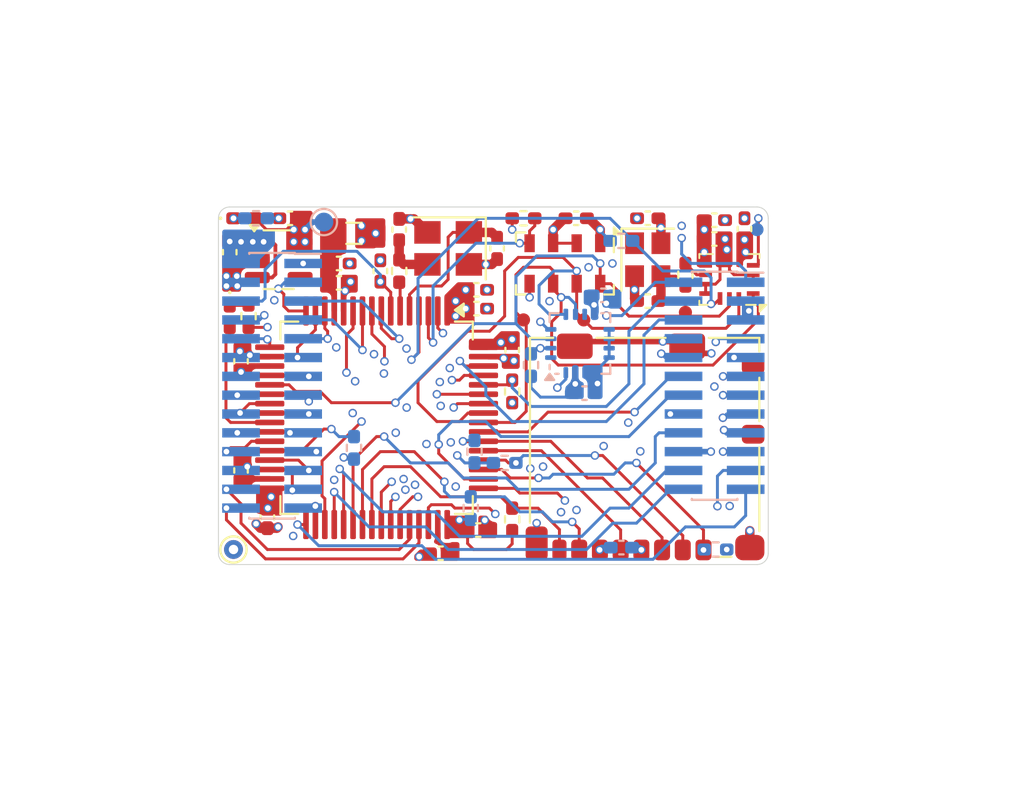
<source format=kicad_pcb>
(kicad_pcb (version 20240108) (generator "pcbnew") (generator_version "8.0")
  (layers (0 "F.Cu" signal) (1 "In1.Cu" signal) (2 "In2.Cu" signal) (3 "In3.Cu" signal) (4 "In4.Cu" signal) (31 "B.Cu" signal) (34 "B.Paste" user) (35 "F.Paste" user) (36 "B.SilkS" user "B.Silkscreen") (37 "F.SilkS" user "F.Silkscreen") (38 "B.Mask" user) (39 "F.Mask" user) (44 "Edge.Cuts" user))
  (net 0 "")
  (net 1 "GND")
  (net 2 "+5V")
  (net 3 "+3V3")
  (net 4 "/MCU/HSE_IN")
  (net 5 "Net-(C12-Pad1)")
  (net 6 "Net-(U2-VCAP_1)")
  (net 7 "Net-(U2-VCAP_2)")
  (net 8 "Net-(U2-VDDA)")
  (net 9 "Net-(D1-K)")
  (net 10 "Net-(D2-A)")
  (net 11 "/MCU/HSE_OUT")
  (net 12 "/IMU_BARO/BARO_CS")
  (net 13 "/Connectors/USB_D-")
  (net 14 "/Connectors/USB_D+")
  (net 15 "/IMU_BARO/MOSI")
  (net 16 "/IMU_BARO/IMU_CS")
  (net 17 "/IMU_BARO/SCK")
  (net 18 "/IMU_BARO/MISO")
  (net 19 "/MCU/SDIO_D3")
  (net 20 "/MCU/SDIO_D2")
  (net 21 "/MCU/SDIO_CK")
  (net 22 "/MCU/SDIO_CMD")
  (net 23 "/MCU/SDIO_D0")
  (net 24 "/MCU/SDIO_D1")
  (net 25 "/Connectors/PB11")
  (net 26 "/Connectors/PB10")
  (net 27 "/Connectors/PB2{slash}BOOT1")
  (net 28 "/Connectors/PB1")
  (net 29 "/Connectors/PB0")
  (net 30 "/Connectors/PC4")
  (net 31 "/Connectors/PA7")
  (net 32 "/Connectors/PA6")
  (net 33 "/Connectors/PA4")
  (net 34 "/Connectors/PA1")
  (net 35 "/Connectors/PA3")
  (net 36 "/Connectors/PA2")
  (net 37 "/Connectors/PA0")
  (net 38 "/Connectors/PC3")
  (net 39 "/Connectors/PC2")
  (net 40 "/Connectors/PC1")
  (net 41 "/Connectors/NRST")
  (net 42 "/Connectors/PC0")
  (net 43 "/Connectors/PB9")
  (net 44 "/Connectors/PB8")
  (net 45 "/Connectors/PB7")
  (net 46 "/Connectors/PB6")
  (net 47 "/Connectors/SWO")
  (net 48 "/Connectors/PA15")
  (net 49 "/Connectors/SWCLK")
  (net 50 "/Connectors/SWDIO")
  (net 51 "/Connectors/PA10")
  (net 52 "/Connectors/PA9")
  (net 53 "/Connectors/BOOT0")
  (net 54 "/Connectors/PA8")
  (net 55 "/Connectors/PC7")
  (net 56 "/Connectors/PC6")
  (net 57 "/Connectors/PB15")
  (net 58 "/Connectors/PB14")
  (net 59 "/Connectors/PB13")
  (net 60 "/Connectors/PB12")
  (net 61 "Net-(D2-K)")
  (net 64 "/IMU_BARO/MAG_CS")
  (net 66 "Net-(U3-INT2{slash}FSYNC{slash}CLKIN)")
  (net 67 "unconnected-(U3-INT1{slash}INT-Pad4)")
  (net 69 "Net-(U6-OUT)")
  (footprint "Capacitor_SMD:C_0402_1005Metric_Pad0.74x0.62mm_HandSolder" (layer "F.Cu") (at 97 91.8 180)
    (property "Reference" "C15" (hide yes))
    (property "Value" "2u2")
  )
  (footprint "Resistor_SMD:R_0402_1005Metric_Pad0.72x0.64mm_HandSolder" (layer "F.Cu") (at 100.8 90 90)
    (property "Reference" "R9")
    (property "Value" "10k")
  )
  (footprint "LED_SMD:LED_0402_1005Metric_Pad0.77x0.64mm_HandSolder" (layer "F.Cu") (at 86.572501 74)
    (property "Reference" "D1" (hide yes))
    (property "Value" "RED")
  )
  (footprint "Capacitor_SMD:C_0402_1005Metric_Pad0.74x0.62mm_HandSolder" (layer "F.Cu") (at 87.8 89.9 -90)
    (property "Reference" "C16" (hide yes))
    (property "Value" "100n")
  )
  (footprint "LED_SMD:LED_0402_1005Metric_Pad0.77x0.64mm_HandSolder" (layer "F.Cu") (at 85.8 79.2 -90)
    (property "Reference" "D2" (hide yes))
    (property "Value" "GREEN")
  )
  (footprint "Crystal:Crystal_SMD_2520-4Pin_2.5x2.0mm" (layer "F.Cu") (at 108 76.2 -90)
    (property "Reference" "U6")
    (property "Value" "OK3EL89CJI-111YLC-32.768K")
  )
  (footprint "Capacitor_SMD:C_0402_1005Metric_Pad0.74x0.62mm_HandSolder" (layer "F.Cu") (at 94.8 74.6 90)
    (property "Reference" "C12" (hide yes))
    (property "Value" "12p")
  )
  (footprint "Package_LGA:LGA-8_3x5mm_P1.25mm" (layer "F.Cu") (at 103.6 76.4 -90)
    (property "Reference" "U4" (hide yes))
    (property "Value" "MS5607-02BA")
  )
  (footprint "Capacitor_SMD:C_0402_1005Metric_Pad0.74x0.62mm_HandSolder" (layer "F.Cu") (at 111.5375 74.1)
    (property "Reference" "C5")
    (property "Value" "2u2")
  )
  (footprint "TestPoint:TestPoint_THTPad_D1.0mm_Drill0.5mm" (layer "F.Cu") (at 86 91.6)
    (property "Reference" "TP1" (hide yes))
    (property "Value" "TestPoint")
  )
  (footprint "Package_LGA:Bosch_LGA-14_3x2.5mm_P0.5mm" (layer "F.Cu") (at 112.3375 77.25 180)
    (property "Reference" "U3")
    (property "Value" "ICM-42688-P")
  )
  (footprint "Global_Library:microSD_HC_Molex_104031-0811" (layer "F.Cu") (at 107.855 86.175 180)
    (property "Reference" "J1")
    (property "Value" "Micro_SD_Card")
  )
  (footprint "Inductor_SMD:L_0805_2012Metric_Pad1.05x1.20mm_HandSolder" (layer "F.Cu") (at 92.4 74.8)
    (property "Reference" "FB1")
    (property "Value" "600@100MHz 500mA")
  )
  (footprint "Capacitor_SMD:C_0402_1005Metric_Pad0.74x0.62mm_HandSolder" (layer "F.Cu") (at 89 74 180)
    (property "Reference" "C6" (hide yes))
    (property "Value" "1u")
  )
  (footprint "Resistor_SMD:R_0402_1005Metric_Pad0.72x0.64mm_HandSolder" (layer "F.Cu") (at 94.8 76.8 90)
    (property "Reference" "R3" (hide yes))
    (property "Value" "47")
  )
  (footprint "Capacitor_SMD:C_0402_1005Metric_Pad0.74x0.62mm_HandSolder" (layer "F.Cu") (at 113.1375 74.5675 90)
    (property "Reference" "C24" (hide yes))
    (property "Value" "10n")
  )
  (footprint "Capacitor_SMD:C_0402_1005Metric_Pad0.74x0.62mm_HandSolder" (layer "F.Cu") (at 100.8 81 -90)
    (property "Reference" "C17" (hide yes))
    (property "Value" "100n")
  )
  (footprint "Capacitor_SMD:C_0402_1005Metric_Pad0.74x0.62mm_HandSolder" (layer "F.Cu") (at 104.2 74 180)
    (property "Reference" "C23" (hide yes))
    (property "Value" "100n")
  )
  (footprint "Resistor_SMD:R_0402_1005Metric_Pad0.72x0.64mm_HandSolder" (layer "F.Cu") (at 101.4 74)
    (property "Reference" "R12")
    (property "Value" "10k")
  )
  (footprint "Capacitor_SMD:C_0402_1005Metric_Pad0.74x0.62mm_HandSolder" (layer "F.Cu") (at 98.9 77.8)
    (property "Reference" "C8" (hide yes))
    (property "Value" "4u7")
  )
  (footprint "Capacitor_SMD:C_0402_1005Metric_Pad0.74x0.62mm_HandSolder" (layer "F.Cu") (at 100 75.6 -90)
    (property "Reference" "C10" (hide yes))
    (property "Value" "12p")
  )
  (footprint "Capacitor_SMD:C_0402_1005Metric_Pad0.74x0.62mm_HandSolder" (layer "F.Cu") (at 85.8 75.8 -90)
    (property "Reference" "C3" (hide yes))
    (property "Value" "1u")
  )
  (footprint "Capacitor_SMD:C_0402_1005Metric_Pad0.74x0.62mm_HandSolder" (layer "F.Cu") (at 91.6 77.432501)
    (property "Reference" "C18" (hide yes))
    (property "Value" "10n")
  )
  (footprint "Package_TO_SOT_SMD:SOT-23-5" (layer "F.Cu") (at 88.4 76.2)
    (property "Reference" "U1" (hide yes))
    (property "Value" "TLV70233_SOT23-5")
  )
  (footprint "Resistor_SMD:R_0402_1005Metric_Pad0.72x0.64mm_HandSolder" (layer "F.Cu") (at 100.8 83.2 -90)
    (property "Reference" "R1" (hide yes))
    (property "Value" "10k")
  )
  (footprint "Crystal:Crystal_SMD_3225-4Pin_3.2x2.5mm" (layer "F.Cu") (at 97.4 75.6 180)
    (property "Reference" "Y1" (hide yes))
    (property "Value" "16MHz")
  )
  (footprint "Capacitor_SMD:C_0402_1005Metric_Pad0.74x0.62mm_HandSolder" (layer "F.Cu") (at 86.4 87.4 90)
    (property "Reference" "C13" (hide yes))
    (property "Value" "2u2")
  )
  (footprint "Capacitor_SMD:C_0402_1005Metric_Pad0.74x0.62mm_HandSolder" (layer "F.Cu") (at 108 74 180)
    (property "Reference" "C20")
    (property "Value" "100n")
  )
  (footprint "Capacitor_SMD:C_0402_1005Metric_Pad0.74x0.62mm_HandSolder" (layer "F.Cu") (at 99 90.5675)
    (property "Reference" "C11" (hide yes))
    (property "Value" "100n")
  )
  (footprint "Capacitor_SMD:C_0402_1005Metric_Pad0.74x0.62mm_HandSolder" (layer "F.Cu") (at 91.6 76.4)
    (property "Reference" "C19" (hide yes))
    (property "Value" "1u")
  )
  (footprint "Capacitor_SMD:C_0402_1005Metric_Pad0.74x0.62mm_HandSolder" (layer "F.Cu") (at 93.8 76.8 90)
    (property "Reference" "C1" (hide yes))
    (property "Value" "100n")
  )
  (footprint "Resistor_SMD:R_0402_1005Metric_Pad0.72x0.64mm_HandSolder" (layer "F.Cu") (at 86.8 79.2 -90)
    (property "Reference" "R4" (hide yes))
    (property "Value" "1k")
  )
  (footprint "Capacitor_SMD:C_0402_1005Metric_Pad0.74x0.62mm_HandSolder" (layer "F.Cu") (at 86.4 81.6 90)
    (property "Reference" "C14" (hide yes))
    (property "Value" "100n")
  )
  (footprint "Capacitor_SMD:C_0402_1005Metric_Pad0.74x0.62mm_HandSolder" (layer "F.Cu") (at 98.9 78.8)
    (property "Reference" "C9" (hide yes))
    (property "Value" "100n")
  )
  (footprint "Package_QFP:LQFP-64_10x10mm_P0.5mm" (layer "F.Cu") (at 93.6 84.6 -90)
    (property "Reference" "U2" (hide yes))
    (property "Value" "STM32F405RGT6")
  )
  (footprint "Resistor_SMD:R_0402_1005Metric_Pad0.72x0.64mm_HandSolder" (layer "F.Cu") (at 110 77 -90)
    (property "Reference" "R14")
    (property "Value" "47")
  )
  (footprint "Capacitor_SMD:C_0402_1005Metric_Pad0.74x0.62mm_HandSolder" (layer "F.Cu") (at 111.5375 75.1)
    (property "Reference" "C22" (hide yes))
    (property "Value" "100n")
  )
  (footprint "Capacitor_SMD:C_0402_1005Metric_Pad0.74x0.62mm_HandSolder" (layer "F.Cu") (at 108 78.4 180)
    (property "Reference" "C21")
    (property "Value" "15p")
  )
  (footprint "Resistor_SMD:R_0402_1005Metric_Pad0.72x0.64mm_HandSolder" (layer "B.Cu") (at 87.2 74)
    (property "Reference" "R2" (hide yes))
    (property "Value" "1k")
  )
  (footprint "Resistor_SMD:R_0402_1005Metric_Pad0.72x0.64mm_HandSolder" (layer "B.Cu") (at 98.8 86.4 90)
    (property "Reference" "R7")
    (property "Value" "10k")
  )
  (footprint "Resistor_SMD:R_0402_1005Metric_Pad0.72x0.64mm_HandSolder" (layer "B.Cu") (at 100.4 87)
    (property "Reference" "R6")
    (property "Value" "10k")
  )
  (footprint "Connector_PinHeader_1.00mm:PinHeader_2x12_P1.00mm_Vertical_SMD" (layer "B.Cu") (at 111.55 82.9 180)
    (property "Reference" "J2" (hide yes))
    (property "Value" "Conn_02x12_Odd_Even")
  )
  (footprint "Capacitor_SMD:C_0402_1005Metric_Pad0.74x0.62mm_HandSolder" (layer "B.Cu") (at 106.6 91.5 180)
    (property "Reference" "C7" (hide yes))
    (property "Value" "100n")
  )
  (footprint "Resistor_SMD:R_0402_1005Metric_Pad0.72x0.64mm_HandSolder" (layer "B.Cu") (at 92.4 86.2 -90)
    (property "Reference" "R10")
    (property "Value" "10k")
  )
  (footprint "Resistor_SMD:R_0402_1005Metric_Pad0.72x0.64mm_HandSolder" (layer "B.Cu") (at 98.6 89.4 90)
    (property "Reference" "R8")
    (property "Value" "10k")
  )
  (footprint "Resistor_SMD:R_0402_1005Metric_Pad0.72x0.64mm_HandSolder" (layer "B.Cu") (at 111.5975 91.6 180)
    (property "Reference" "R5")
    (property "Value" "10k")
  )
  (footprint "Capacitor_SMD:C_0402_1005Metric_Pad0.74x0.62mm_HandSolder" (layer "B.Cu") (at 105.64 78.093125)
    (property "Reference" "C4")
    (property "Value" "100n")
  )
  (footprint "Resistor_SMD:R_0402_1005Metric_Pad0.72x0.64mm_HandSolder" (layer "B.Cu") (at 101.8 81.8 90)
    (property "Reference" "R13")
    (property "Value" "10k")
  )
  (footprint "Resistor_SMD:R_0402_1005Metric_Pad0.72x0.64mm_HandSolder" (layer "B.Cu") (at 106.6 75.2)
    (property "Reference" "R11")
    (property "Value" "10k")
  )
  (footprint "Capacitor_SMD:C_0402_1005Metric_Pad0.74x0.62mm_HandSolder" (layer "B.Cu") (at 104.640001 83.293125)
    (property "Reference" "C2")
    (property "Value" "100n")
  )
  (footprint "Connector_PinHeader_1.00mm:PinHeader_2x14_P1.00mm_Vertical_SMD" (layer "B.Cu") (at 88.05 82.9 180)
    (property "Reference" "J3" (hide yes))
    (property "Value" "Conn_02x14_Odd_Even")
  )
  (footprint "TestPoint:TestPoint_Pad_D1.0mm" (layer "B.Cu") (at 90.8 74.2 180)
    (property "Reference" "TP3")
    (property "Value" "TestPoint")
  )
  (footprint "Global_Library:MLX90393_Handsolder" (layer "B.Cu") (at 104.4 80.653125)
    (property "Reference" "U5")
    (property "Value" "MLX90393")
  )
  (gr_circle (center 110 79) (end 110.3 79) (stroke (width 0.1)) (fill solid) (layer "F.Cu") (net 17))
  (gr_circle (center 104.6 79.4) (end 104.9 79.4) (stroke (width 0.1)) (fill solid) (layer "F.Cu") (net 15))
  (gr_circle (center 101.4 79.4) (end 101.7 79.4) (stroke (width 0.1)) (fill solid) (layer "F.Cu") (net 18))
  (gr_circle (center 113.8 74.6) (end 113.5 74.6) (stroke (width 0.1)) (fill solid) (layer "B.Cu") (net 67))
  (gr_line (start 85.8 92.4) (end 113.8 92.4) (stroke (width 0.05)) (layer "Edge.Cuts"))
  (gr_line (start 85.2 74) (end 85.2 91.8) (stroke (width 0.05)) (layer "Edge.Cuts"))
  (gr_arc (start 113.8 73.4) (mid 114.224264 73.575736) (end 114.4 74) (stroke (width 0.05)) (layer "Edge.Cuts"))
  (gr_arc (start 114.4 91.8) (mid 114.224264 92.224264) (end 113.8 92.4) (stroke (width 0.05)) (layer "Edge.Cuts"))
  (gr_line (start 113.8 73.4) (end 85.8 73.4) (stroke (width 0.05)) (layer "Edge.Cuts"))
  (gr_line (start 114.4 91.8) (end 114.4 74) (stroke (width 0.05)) (layer "Edge.Cuts"))
  (gr_arc (start 85.2 74) (mid 85.375736 73.575736) (end 85.8 73.4) (stroke (width 0.05)) (layer "Edge.Cuts"))
  (gr_arc (start 85.8 92.4) (mid 85.375736 92.224264) (end 85.2 91.8) (stroke (width 0.05)) (layer "Edge.Cuts"))
  (segment (start 103.575 74) (end 103.6325 74) (width 0.5) (layer "F.Cu") (net 1))
  (segment (start 112.3375 76.237499) (end 112.3375 76.7565) (width 0.1565) (layer "F.Cu") (net 1))
  (segment (start 102.975 75.325) (end 104.225 75.325) (width 0.1565) (layer "F.Cu") (net 1))
  (segment (start 102.975 74.6) (end 103.575 74) (width 0.5) (layer "F.Cu") (net 1))
  (segment (start 113.42 90.6) (end 113.42 91.5) (width 0.5) (layer "F.Cu") (net 1))
  (segment (start 87.434468 90.4675) (end 87.8 90.4675) (width 0.5) (layer "F.Cu") (net 1))
  (segment (start 107.3 78.2675) (end 107.4325 78.4) (width 0.5) (layer "F.Cu") (net 1))
  (segment (start 87.805549 79.783353) (end 87.791402 79.7975) (width 0.1565) (layer "F.Cu") (net 1))
  (segment (start 110.472404 81.177404) (end 110.095 80.8) (width 0.3) (layer "F.Cu") (net 1))
  (segment (start 111.8375 76.2375) (end 111.8375 77.2565) (width 0.1565) (layer "F.Cu") (net 1))
  (segment (start 94.8 74.0325) (end 95.4 74.0325) (width 0.5) (layer "F.Cu") (net 1))
  (segment (start 92.1675 77.432501) (end 92.1675 77.420901) (width 0.2) (layer "F.Cu") (net 1))
  (segment (start 91.85 77.928135) (end 91.85 78.925) (width 0.3) (layer "F.Cu") (net 1))
  (segment (start 109.92 80.55) (end 110.17 80.8) (width 0.3) (layer "F.Cu") (net 1))
  (segment (start 87.2 90.233032) (end 87.434468 90.4675) (width 0.5) (layer "F.Cu") (net 1))
  (segment (start 87.791402 79.7975) (end 86.8 79.7975) (width 0.1565) (layer "F.Cu") (net 1))
  (segment (start 86.866966 81.275) (end 86.941966 81.35) (width 0.3) (layer "F.Cu") (net 1))
  (segment (start 102.975 75.325) (end 102.975 74.6) (width 0.5) (layer "F.Cu") (net 1))
  (segment (start 87.8 90.4675) (end 88.3 90.4675) (width 0.5) (layer "F.Cu") (net 1))
  (segment (start 86.4 81.0325) (end 86.380904 81.0325) (width 0.2) (layer "F.Cu") (net 1))
  (segment (start 107.3 77.075) (end 107.3 78.2675) (width 0.5) (layer "F.Cu") (net 1))
  (segment (start 95.4 74.0325) (end 95.5825 74.0325) (width 0.5) (layer "F.Cu") (net 1))
  (segment (start 111.075 78) (end 111.075 77.5) (width 0.1565) (layer "F.Cu") (net 1))
  (segment (start 92.1675 77.420901) (end 92.216759 77.371642) (width 0.2) (layer "F.Cu") (net 1))
  (segment (start 108.8 80.55) (end 109.92 80.55) (width 0.3) (layer "F.Cu") (net 1))
  (segment (start 111.594 77.5) (end 111.075 77.5) (width 0.1565) (layer "F.Cu") (net 1))
  (segment (start 99.3675 78.8) (end 99.4675 78.8) (width 0.1565) (layer "F.Cu") (net 1))
  (segment (start 100.8 81.5675) (end 100.892577 81.5675) (width 0.2) (layer "F.Cu") (net 1))
  (segment (start 111.8375 77.2565) (end 111.594 77.5) (width 0.1565) (layer "F.Cu") (net 1))
  (segment (start 113.6 77) (end 113.6 77.5) (width 0.1565) (layer "F.Cu") (net 1))
  (segment (start 99.7175 76.45) (end 100 76.1675) (width 0.5) (layer "F.Cu") (net 1))
  (segment (start 104.45 80.55) (end 104.2 80.8) (width 0.3) (layer "F.Cu") (net 1))
  (segment (start 111.377404 81.177404) (end 110.472404 81.177404) (width 0.3) (layer "F.Cu") (net 1))
  (segment (start 108.8 80.55) (end 104.45 80.55) (width 0.3) (layer "F.Cu") (net 1))
  (segment (start 102.1 90.2) (end 102.1 91.275) (width 0.3) (layer "F.Cu") (net 1))
  (segment (start 95.5825 74.0325) (end 96.3 74.75) (width 0.5) (layer "F.Cu") (net 1))
  (segment (start 91.925 77.853135) (end 91.85 77.928135) (width 0.3) (layer "F.Cu") (net 1))
  (segment (start 112.581 77) (end 113.6 77) (width 0.1565) (layer "F.Cu") (net 1))
  (segment (start 86.380904 81.0325) (end 86.338402 81.075002) (width 0.2) (layer "F.Cu") (net 1))
  (segment (start 98.5 76.45) (end 99.7175 76.45) (width 0.5) (layer "F.Cu") (net 1))
  (segment (start 88.3 90.4675) (end 88.3675 90.4) (width 0.5) (layer "F.Cu") (net 1))
  (segment (start 86.941966 81.35) (end 87.925 81.35) (width 0.3) (layer "F.Cu") (net 1))
  (segment (start 112.3375 76.7565) (end 112.581 77) (width 0.1565) (layer "F.Cu") (net 1))
  (via (at 93.989084 82.24938) (size 0.45) (drill 0.3) (layers "F.Cu" "B.Cu") (net 1))
  (via (at 91.925 77.853135) (size 0.45) (drill 0.3) (layers "F.Cu" "B.Cu") (net 1))
  (via (at 108.8 80.55) (size 0.45) (drill 0.3) (layers "F.Cu" "B.Cu") (net 1))
  (via (at 85.625 77.075002) (size 0.45) (drill 0.3) (layers "F.Cu" "B.Cu") (net 1))
  (via (at 89.7 76.4) (size 0.45) (drill 0.3) (layers "F.Cu" "B.Cu") (net 1))
  (via (at 92.216759 77.371642) (size 0.45) (drill 0.3) (layers "F.Cu" "B.Cu") (net 1))
  (via (at 103.2 83) (size 0.45) (drill 0.3) (layers "F.Cu" "B.Cu") (net 1))
  (via (at 91.34675 87.899997) (size 0.45) (drill 0.3) (layers "F.Cu" "B.Cu") (net 1))
  (via (at 101.764206 87.297024) (size 0.45) (drill 0.3) (layers "F.Cu" "B.Cu") (net 1))
  (via (at 102.783353 78.405549) (size 0.45) (drill 0.3) (layers "F.Cu" "B.Cu") (net 1))
  (via (at 86.338402 81.075002) (size 0.45) (drill 0.3) (layers "F.Cu" "B.Cu") (net 1))
  (via (at 112.2 75.664038) (size 0.45) (drill 0.3) (layers "F.Cu" "B.Cu") (net 1))
  (via (at 89.168602 90.882419) (size 0.45) (drill 0.3) (layers "F.Cu" "B.Cu") (net 1))
  (via (at 112.051286 85.251284) (size 0.45) (drill 0.3) (layers "F.Cu" "B.Cu") (net 1))
  (via (at 97.487124 81.959873) (size 0.45) (drill 0.3) (layers "F.Cu" "B.Cu") (net 1))
  (via (at 100.892577 81.5675) (size 0.45) (drill 0.3) (layers "F.Cu" "B.Cu") (net 1))
  (via (at 112.105 74.1) (size 0.45) (drill 0.3) (layers "F.Cu" "B.Cu") (net 1))
  (via (at 86.866966 81.275) (size 0.45) (drill 0.3) (layers "F.Cu" "B.Cu") (net 1))
  (via (at 92.1675 76.4) (size 0.45) (drill 0.3) (layers "F.Cu" "B.Cu") (net 1))
  (via (at 100.349946 81.442243) (size 0.45) (drill 0.3) (layers "F.Cu" "B.Cu") (net 1))
  (via (at 92.330284 84.3507) (size 0.45) (drill 0.3) (layers "F.Cu" "B.Cu") (net 1))
  (via (at 104.857886 76.60414) (size 0.45) (drill 0.3) (layers "F.Cu" "B.Cu") (net 1))
  (via (at 95.033925 87.856326) (size 0.45) (drill 0.3) (layers "F.Cu" "B.Cu") (net 1))
  (via (at 113.1375 74) (size 0.45) (drill 0.3) (layers "F.Cu" "B.Cu") (net 1))
  (via (at 107.4325 74) (size 0.45) (drill 0.3) (layers "F.Cu" "B.Cu") (net 1))
  (via (at 105.657286 86.105819) (size 0.45) (drill 0.3) (layers "F.Cu" "B.Cu") (net 1))
  (via (at 97.003549 83.967311) (size 0.45) (drill 0.3) (layers "F.Cu" "B.Cu") (net 1))
  (via (at 100.8 83.8) (size 0.45) (drill 0.3) (layers "F.Cu" "B.Cu") (net 1))
  (via (at 95.640682 88.159423) (size 0.45) (drill 0.3) (layers "F.Cu" "B.Cu") (net 1))
  (via (at 96.957918 82.700047) (size 0.45) (drill 0.3) (layers "F.Cu" "B.Cu") (net 1))
  (via (at 95.188331 80.92125) (size 0.45) (drill 0.3) (layers "F.Cu" "B.Cu") (net 1))
  (via (at 96.248758 85.994617) (size 0.45) (drill 0.3) (layers "F.Cu" "B.Cu") (net 1))
  (via (at 95.196019 84.059353) (size 0.45) (drill 0.3) (layers "F.Cu" "B.Cu") (net 1))
  (via (at 113.42 90.6) (size 0.45) (drill 0.3) (layers "F.Cu" "B.Cu") (net 1))
  (via (at 111.377404 81.177404) (size 0.45) (drill 0.3) (layers "F.Cu" "B.Cu") (net 1))
  (via (at 88.168791 78.354958) (size 0.45) (drill 0.3) (layers "F.Cu" "B.Cu") (net 1))
  (via (at 99.4 76.45) (size 0.45) (drill 0.3) (layers "F.Cu" "B.Cu") (net 1))
  (via (at 99.4675 77.8) (size 0.45) (drill 0.3) (layers "F.Cu" "B.Cu") (net 1))
  (via (at 86.175 77.075002) (size 0.45) (drill 0.3) (layers "F.Cu" "B.Cu") (net 1))
  (via (at 92.459621 82.659621) (size 0.45) (drill 0.3) (layers "F.Cu" "B.Cu") (net 1))
  (via (at 86.200003 77.6) (size 0.45) (drill 0.3) (layers "F.Cu" "B.Cu") (net 1))
  (via (at 93.461391 81.22216) (size 0.45) (drill 0.3) (layers "F.Cu" "B.Cu") (net 1))
  (via (at 90 83.724998) (size 0.45) (drill 0.3) (layers "F.Cu" "B.Cu") (net 1))
  (via (at 86.730913 87.199969) (size 0.45) (drill 0.3) (layers "F.Cu" "B.Cu") (net 1))
  (via (at 112.34989 89.287899) (size 0.45) (drill 0.3) (layers "F.Cu" "B.Cu") (net 1))
  (via (at 99.345 90.046038) (size 0.45) (drill 0.3) (layers "F.Cu" "B.Cu") (net 1))
  (via (at 87.805549 79.783353) (size 0.45) (drill 0.3) (layers "F.Cu" "B.Cu") (net 1))
  (via (at 113.369947 78.91835) (size 0.45) (drill 0.3) (layers "F.Cu" "B.Cu") (net 1))
  (via (at 95.860819 91.975) (size 0.45) (drill 0.3) (layers "F.Cu" "B.Cu") (net 1))
  (via (at 102.975 74.6) (size 0.45) (drill 0.3) (layers "F.Cu" "B.Cu") (net 1))
  (via (at 111.349997 86.4) (size 0.45) (drill 0.3) (layers "F.Cu" "B.Cu") (net 1))
  (via (at 104.216647 89.50325) (size 0.45) (drill 0.3) (layers "F.Cu" "B.Cu") (net 1))
  (via (at 102.439522 87.195738) (size 0.45) (drill 0.3) (layers "F.Cu" "B.Cu") (net 1))
  (via (at 85.625 77.6) (size 0.45) (drill 0.3) (layers "F.Cu" "B.Cu") (net 1))
  (via (at 87.2 90.233032) (size 0.45) (drill 0.3) (layers "F.Cu" "B.Cu") (net 1))
  (via (at 107.605549 86.383353) (size 0.45) (drill 0.3) (layers "F.Cu" "B.Cu") (net 1))
  (via (at 97.8 88.255852) (size 0.45) (drill 0.3) (layers "F.Cu" "B.Cu") (net 1))
  (via (at 95.4 74.0325) (size 0.45) (drill 0.3) (layers "F.Cu" "B.Cu") (net 1))
  (via (at 91.855109 86.706991) (size 0.45) (drill 0.3) (layers "F.Cu" "B.Cu") (net 1))
  (via (at 105.797685 78.521526) (size 0.45) (drill 0.3) (layers "F.Cu" "B.Cu") (net 1))
  (via (at 112.582517 81.395589) (size 0.45) (drill 0.3) (layers "F.Cu" "B.Cu") (net 1))
  (via (at 107.294148 77.794148) (size 0.45) (drill 0.3) (layers "F.Cu" "B.Cu") (net 1))
  (via (at 103.394451 89.616647) (size 0.45) (drill 0.3) (layers "F.Cu" "B.Cu") (net 1))
  (via (at 102.3 79.5) (size 0.45) (drill 0.3) (layers "F.Cu" "B.Cu") (net 1))
  (via (at 105.330852 82.780852) (size 0.45) (drill 0.3) (layers "F.Cu" "B.Cu") (net 1))
  (via (at 95.130032 88.423743) (size 0.45) (drill 0.3) (layers "F.Cu" "B.Cu") (net 1))
  (via (at 94.616647 85.394451) (size 0.45) (drill 0.3) (layers "F.Cu" "B.Cu") (net 1))
  (via (at 112.105 75.1) (size 0.45) (drill 0.3) (layers "F.Cu" "B.Cu") (net 1))
  (via (at 105.441938 91.6185) (size 0.45) (drill 0.3) (layers "F.Cu" "B.Cu") (net 1))
  (via (at 93.8 76.2325) (size 0.45) (drill 0.3) (layers "F.Cu" "B.Cu") (net 1))
  (via (at 111.540379 82.940379) (size 0.45) (drill 0.3) (layers "F.Cu" "B.Cu") (net 1))
  (via (at 88.3675 90.4) (size 0.45) (drill 0.3) (layers "F.Cu" "B.Cu") (net 1))
  (via (at 91.459621 80.859621) (size 0.45) (drill 0.3) (layers "F.Cu" "B.Cu") (net 1))
  (via (at 99.4675 78.8) (size 0.45) (drill 0.3) (layers "F.Cu" "B.Cu") (net 1))
  (via (at 90.4 86.4) (size 0.45) (drill 0.3) (layers "F.Cu" "B.Cu") (net 1))
  (via (at 106.125003 76.4) (size 0.45) (drill 0.3) (layers "F.Cu" "B.Cu") (net 1))
  (via (at 102.1 90.2) (size 0.45) (drill 0.3) (layers "F.Cu" "B.Cu") (net 1))
  (via (at 88.4 74) (size 0.45) (drill 0.3) (layers "F.Cu" "B.Cu") (net 1))
  (via (at 106.965577 84.857372) (size 0.45) (drill 0.3) (layers "F.Cu" "B.Cu") (net 1))
  (via (at 97.538678 85.906007) (size 0.45) (drill 0.3) (layers "F.Cu" "B.Cu") (net 1))
  (via (at 109.8 74.4) (size 0.45) (drill 0.3) (layers "F.Cu" "B.Cu") (net 1))
  (segment (start 86.200003 77.599997) (end 86.4 77.4) (width 0.1565) (layer "B.Cu") (net 1))
  (segment (start 113.2 81.4) (end 112.586928 81.4) (width 0.1565) (layer "B.Cu") (net 1))
  (segment (start 89.675002 83.4) (end 90 83.724998) (width 0.1565) (layer "B.Cu") (net 1))
  (segment (start 85.625 77.6) (end 85.825 77.4) (width 0.1565) (layer "B.Cu") (net 1))
  (segment (start 108.95 80.4) (end 109.9 80.4) (width 0.3) (layer "B.Cu") (net 1))
  (segment (start 87.7975 74) (end 88.4 74) (width 0.1565) (layer "B.Cu") (net 1))
  (segment (start 112.051286 85.251284) (end 112.200002 85.4) (width 0.3) (layer "B.Cu") (net 1))
  (segment (start 86.530882 87.4) (end 86.730913 87.199969) (width 0.1565) (layer "B.Cu") (net 1))
  (segment (start 86.200003 77.6) (end 86.200003 77.599997) (width 0.1565) (layer "B.Cu") (net 1))
  (segment (start 105.154687 82.203125) (end 105.95 81.407812) (width 0.1565) (layer "B.Cu") (net 1))
  (segment (start 102.703125 79.903125) (end 102.85 79.903125) (width 0.1565) (layer "B.Cu") (net 1))
  (segment (start 108.8 80.55) (end 108.95 80.4) (width 0.3) (layer "B.Cu") (net 1))
  (segment (start 103.65 82.203125) (end 103.65 82.55) (width 0.1565) (layer "B.Cu") (net 1))
  (segment (start 86.2 87.4) (end 86.530882 87.4) (width 0.1565) (layer "B.Cu") (net 1))
  (segment (start 106.2075 78.093125) (end 106.2075 78.11205) (width 0.3) (layer "B.Cu") (net 1))
  (segment (start 109.9 86.4) (end 111.349997 86.4) (width 0.3) (layer "B.Cu") (net 1))
  (segment (start 91.945618 86.7975) (end 91.855109 86.706991) (width 0.1565) (layer "B.Cu") (net 1))
  (segment (start 103.65 82.55) (end 103.2 83) (width 0.1565) (layer "B.Cu") (net 1))
  (segment (start 105.15 82.203125) (end 105.154687 82.203125) (width 0.1565) (layer "B.Cu") (net 1))
  (segment (start 112.586928 81.4) (end 112.582517 81.395589) (width 0.1565) (layer "B.Cu") (net 1))
  (segment (start 105.560438 91.5) (end 106.0325 91.5) (width 0.3) (layer "B.Cu") (net 1))
  (segment (start 105.441938 91.6185) (end 105.560438 91.5) (width 0.3) (layer "B.Cu") (net 1))
  (segment (start 89.5 83.4) (end 89.675002 83.4) (width 0.1565) (layer "B.Cu") (net 1))
  (segment (start 105.95 81.403125) (end 105.95 79.940625) (width 0.1565) (layer "B.Cu") (net 1))
  (segment (start 102.3 79.5) (end 102.703125 79.903125) (width 0.1565) (layer "B.Cu") (net 1))
  (segment (start 89.7 86.4) (end 90.4 86.4) (width 0.1565) (layer "B.Cu") (net 1))
  (segment (start 112.200002 85.4) (end 113.2 85.4) (width 0.3) (layer "B.Cu") (net 1))
  (segment (start 85.825 77.4) (end 86.4 77.4) (width 0.1565) (layer "B.Cu") (net 1))
  (segment (start 105.95 81.407812) (end 105.95 81.403125) (width 0.1565) (layer "B.Cu") (net 1))
  (segment (start 92.4 86.7975) (end 91.945618 86.7975) (width 0.1565) (layer "B.Cu") (net 1))
  (segment (start 88.225 75.425) (end 88.225 76.975) (width 0.2) (layer "F.Cu") (net 2))
  (segment (start 88.05 77.15) (end 87.253126 77.15) (width 0.2) (layer "F.Cu") (net 2))
  (segment (start 88.05 75.25) (end 88.225 75.425) (width 0.2) (layer "F.Cu") (net 2))
  (segment (start 88.225 76.975) (end 88.05 77.15) (width 0.2) (layer "F.Cu") (net 2))
  (segment (start 87.6 75.25) (end 88.05 75.25) (width 0.2) (layer "F.Cu") (net 2))
  (segment (start 87.024997 75.25) (end 87.2625 75.25) (width 0.1565) (layer "F.Cu") (net 2))
  (segment (start 87.2625 75.25) (end 87.6 75.25) (width 0.1565) (layer "F.Cu") (net 2))
  (segment (start 87.253126 77.15) (end 87.2 77.203126) (width 0.2) (layer "F.Cu") (net 2))
  (segment (start 85.7525 75.270626) (end 85.7525 75.270628) (width 0.5) (layer "F.Cu") (net 2))
  (via (at 85.8 75.2325) (size 0.45) (drill 0.3) (layers "F.Cu" "B.Cu") (net 2))
  (via (at 87.6 75.25) (size 0.45) (drill 0.3) (layers "F.Cu" "B.Cu") (net 2))
  (via (at 86.4 75.25) (size 0.45) (drill 0.3) (layers "F.Cu" "B.Cu") (net 2))
  (via (at 87.024997 75.25) (size 0.45) (drill 0.3) (layers "F.Cu" "B.Cu") (net 2))
  (segment (start 87.8 89.3325) (end 87.8 89.374998) (width 0.1565) (layer "F.Cu") (net 3))
  (segment (start 100.8 90.5975) (end 100.8 91.3) (width 0.1565) (layer "F.Cu") (net 3))
  (segment (start 89.514999 74.020001) (end 89.535 73.999999) (width 0.5) (layer "F.Cu") (net 3))
  (segment (start 105.475 74.6) (end 104.875 74) (width 0.5) (layer "F.Cu") (net 3))
  (segment (start 113.1375 75.0175) (end 113.1375 75.0175) (width 0.3) (layer "F.Cu") (net 3))
  (segment (start 108.7 74.5) (end 108.7 75.325) (width 0.5) (layer "F.Cu") (net 3))
  (segment (start 100.8 91.3) (end 100.5 91.6) (width 0.1565) (layer "F.Cu") (net 3))
  (segment (start 105.475 74.6) (end 105.475 75.325) (width 0.5) (layer "F.Cu") (net 3))
  (segment (start 104.875 74) (end 104.7675 74) (width 0.5) (layer "F.Cu") (net 3))
  (segment (start 89.2 74.6) (end 87.745002 74.6) (width 0.1565) (layer "F.Cu") (net 3))
  (segment (start 108.7 74.1325) (end 108.5675 74) (width 0.5) (layer "F.Cu") (net 3))
  (segment (start 86.7175 81.85) (end 86.4 82.1675) (width 0.3) (layer "F.Cu") (net 3))
  (segment (start 108.7 74.5) (end 108.7 74.1325) (width 0.5) (layer "F.Cu") (net 3))
  (segment (start 87.8 89.374998) (end 87.825002 89.4) (width 0.1565) (layer "F.Cu") (net 3))
  (segment (start 98.75 91.6) (end 98.4325 91.2825) (width 0.1565) (layer "F.Cu") (net 3))
  (segment (start 100.8 74.0025) (end 100.8025 74) (width 0.1565) (layer "F.Cu") (net 3))
  (segment (start 100.5 91.6) (end 98.75 91.6) (width 0.1565) (layer "F.Cu") (net 3))
  (segment (start 100.8 74.6) (end 100.8 74.0025) (width 0.1565) (layer "F.Cu") (net 3))
  (segment (start 87.745002 74.6) (end 87.145002 74) (width 0.1565) (layer "F.Cu") (net 3))
  (segment (start 98.4325 91.2825) (end 98.4325 90.5675) (width 0.1565) (layer "F.Cu") (net 3))
  (segment (start 87.925 81.85) (end 86.7175 81.85) (width 0.3) (layer "F.Cu") (net 3))
  (via (at 87.825002 89.4) (size 0.45) (drill 0.3) (layers "F.Cu" "B.Cu") (net 3))
  (via (at 89.2 75.25) (size 0.45) (drill 0.3) (layers "F.Cu" "B.Cu") (net 3))
  (via (at 98.3325 78.8) (size 0.45) (drill 0.3) (layers "F.Cu" "B.Cu") (net 3))
  (via (at 105.15 78.6) (size 0.45) (drill 0.3) (layers "F.Cu" "B.Cu") (net 3))
  (via (at 105.475 74.6) (size 0.45) (drill 0.3) (layers "F.Cu" "B.Cu") (net 3))
  (via (at 100.2 80.6) (size 0.45) (drill 0.3) (layers "F.Cu" "B.Cu") (net 3))
  (via (at 97.8 79.2) (size 0.45) (drill 0.3) (layers "F.Cu" "B.Cu") (net 3))
  (via (at 107.66 91.6185) (size 0.45) (drill 0.3) (layers "F.Cu" "B.Cu") (net 3))
  (via (at 108.7 74.5) (size 0.45) (drill 0.3) (layers "F.Cu" "B.Cu") (net 3))
  (via (at 113.1375 75.135) (size 0.45) (drill 0.3) (layers "F.Cu" "B.Cu") (net 3))
  (via (at 100.8 74.6) (size 0.45) (drill 0.3) (layers "F.Cu" "B.Cu") (net 3))
  (via (at 111 75.8) (size 0.45) (drill 0.3) (layers "F.Cu" "B.Cu") (net 3))
  (via (at 97.8 78.4) (size 0.45) (drill 0.3) (layers "F.Cu" "B.Cu") (net 3))
  (via (at 92.8 74.4) (size 0.45) (drill 0.3) (layers "F.Cu" "B.Cu") (net 3))
  (via (at 97.885504 86.6) (size 0.45) (drill 0.3) (layers "F.Cu" "B.Cu") (net 3))
  (via (at 89.2 74.6) (size 0.45) (drill 0.3) (layers "F.Cu" "B.Cu") (net 3))
  (via (at 104.15 82.8) (size 0.45) (drill 0.3) (layers "F.Cu" "B.Cu") (net 3))
  (via (at 113.19263 75.8) (size 0.45) (drill 0.3) (layers "F.Cu" "B.Cu") (net 3))
  (via (at 86.4 82.1675) (size 0.45) (drill 0.3) (layers "F.Cu" "B.Cu") (net 3))
  (via (at 98 90.0325) (size 0.45) (drill 0.3) (layers "F.Cu" "B.Cu") (net 3))
  (via (at 89.8 74.6) (size 0.45) (drill 0.3) (layers "F.Cu" "B.Cu") (net 3))
  (via (at 98.3325 77.8) (size 0.45) (drill 0.3) (layers "F.Cu" "B.Cu") (net 3))
  (via (at 88 88.8) (size 0.45) (drill 0.3) (layers "F.Cu" "B.Cu") (net 3))
  (via (at 92.8 75.2) (size 0.45) (drill 0.3) (layers "F.Cu" "B.Cu") (net 3))
  (via (at 93.55 74.8) (size 0.45) (drill 0.3) (layers "F.Cu" "B.Cu") (net 3))
  (via (at 111 74.6) (size 0.45) (drill 0.3) (layers "F.Cu" "B.Cu") (net 3))
  (via (at 89.8 75.25) (size 0.45) (drill 0.3) (layers "F.Cu" "B.Cu") (net 3))
  (via (at 100.8 80.4325) (size 0.45) (drill 0.3) (layers "F.Cu" "B.Cu") (net 3))
  (via (at 112.195 91.6) (size 0.45) (drill 0.3) (layers "F.Cu" "B.Cu") (net 3))
  (segment (start 98.035 89.9975) (end 98 90.0325) (width 0.1565) (layer "B.Cu") (net 3))
  (segment (start 102.30325 83.50325) (end 101.8 83) (width 0.1565) (layer "B.Cu") (net 3))
  (segment (start 104.072501 83.293125) (end 103.862376 83.50325) (width 0.1565) (layer "B.Cu") (net 3))
  (segment (start 98.285504 87) (end 99.8025 87) (width 0.1565) (layer "B.Cu") (net 3))
  (segment (start 101.8 83) (end 101.8 82.3975) (width 0.1565) (layer "B.Cu") (net 3))
  (segment (start 90.2 74.2) (end 90.8 74.2) (width 0.3) (layer "B.Cu") (net 3))
  (segment (start 107.5415 91.5) (end 107.66 91.6185) (width 0.3) (layer "B.Cu") (net 3))
  (segment (start 98.6 89.9975) (end 98.035 89.9975) (width 0.1565) (layer "B.Cu") (net 3))
  (segment (start 97.885504 86.6) (end 98.285504 87) (width 0.1565) (layer "B.Cu") (net 3))
  (segment (start 89.8 74.6) (end 90.2 74.2) (width 0.3) (layer "B.Cu") (net 3))
  (segment (start 105.475 74.6) (end 105.475 74.6725) (width 0.1565) (layer "B.Cu") (net 3))
  (segment (start 105.475 74.6725) (end 106.0025 75.2) (width 0.1565) (layer "B.Cu") (net 3))
  (segment (start 105.15 78.170625) (end 105.0725 78.093125) (width 0.3) (layer "B.Cu") (net 3))
  (segment (start 103.862376 83.50325) (end 102.30325 83.50325) (width 0.1565) (layer "B.Cu") (net 3))
  (segment (start 107.1675 91.5) (end 107.5415 91.5) (width 0.3) (layer "B.Cu") (net 3))
  (segment (start 95.35 78.05) (end 95.8 77.6) (width 0.1565) (layer "F.Cu") (net 4))
  (segment (start 95.35 78.925) (end 95.35 78.05) (width 0.1565) (layer "F.Cu") (net 4))
  (segment (start 95.8 77.6) (end 97.05 77.6) (width 0.1565) (layer "F.Cu") (net 4))
  (segment (start 97.65 74.75) (end 98.5 74.75) (width 0.1565) (layer "F.Cu") (net 4))
  (segment (start 97.05 77.6) (end 97.4 77.25) (width 0.1565) (layer "F.Cu") (net 4))
  (segment (start 97.4 75) (end 97.65 74.75) (width 0.1565) (layer "F.Cu") (net 4))
  (segment (start 97.4 77.25) (end 97.4 75) (width 0.1565) (layer "F.Cu") (net 4))
  (segment (start 98.5 74.75) (end 99.7175 74.75) (width 0.5) (layer "F.Cu") (net 4))
  (segment (start 99.7175 74.75) (end 100 75.0325) (width 0.5) (layer "F.Cu") (net 4))
  (segment (start 96.3 76.45) (end 95.0475 76.45) (width 0.5) (layer "F.Cu") (net 5))
  (segment (start 94.8 75.1675) (end 94.8 76.2025) (width 0.5) (layer "F.Cu") (net 5))
  (segment (start 95.0475 76.45) (end 94.8 76.2025) (width 0.5) (layer "F.Cu") (net 5))
  (segment (start 87.925 87.85) (end 86.5175 87.85) (width 0.3) (layer "F.Cu") (net 6))
  (segment (start 86.5175 87.85) (end 86.4 87.9675) (width 0.3) (layer "F.Cu") (net 6))
  (segment (start 86.4 87.9675) (end 86.4 87.7675) (width 0.2) (layer "F.Cu") (net 6))
  (segment (start 96.85 90.275) (end 96.85 91.0825) (width 0.2) (layer "F.Cu") (net 7))
  (segment (start 96.85 91.0825) (end 97.5675 91.8) (width 0.2) (layer "F.Cu") (net 7))
  (segment (start 91.2325 77.432501) (end 91.0325 77.432501) (width 0.2) (layer "F.Cu") (net 8))
  (segment (start 91.35 77.750001) (end 91.35 78.925) (width 0.3) (layer "F.Cu") (net 8))
  (segment (start 91.0325 77.432501) (end 91.35 77.750001) (width 0.3) (layer "F.Cu") (net 8))
  (via (at 86 74) (size 0.45) (drill 0.3) (layers "F.Cu" "B.Cu") (net 9))
  (segment (start 86.6025 74) (end 86 74) (width 0.1565) (layer "B.Cu") (net 9))
  (segment (start 85.6 84.6) (end 85.6 80.6) (width 0.1565) (layer "F.Cu") (net 10))
  (segment (start 85.6 80.6) (end 85.8 80.4) (width 0.1565) (layer "F.Cu") (net 10))
  (segment (start 85.8 80.4) (end 85.8 79.772501) (width 0.1565) (layer "F.Cu") (net 10))
  (segment (start 87.925 84.85) (end 85.85 84.85) (width 0.1565) (layer "F.Cu") (net 10))
  (segment (start 85.85 84.85) (end 85.6 84.6) (width 0.1565) (layer "F.Cu") (net 10))
  (segment (start 94.85 78.925) (end 94.85 77.4475) (width 0.1565) (layer "F.Cu") (net 11))
  (segment (start 94.85 77.4475) (end 94.8 77.3975) (width 0.1565) (layer "F.Cu") (net 11))
  (segment (start 101.725 75.325) (end 101.725 74.675) (width 0.1565) (layer "F.Cu") (net 12))
  (segment (start 101.725 74.675) (end 102 74.4) (width 0.1565) (layer "F.Cu") (net 12))
  (segment (start 101.725 75.325) (end 101.2 75.325) (width 0.1565) (layer "F.Cu") (net 12))
  (segment (start 96.6 80.6) (end 96.35 80.35) (width 0.1565) (layer "F.Cu") (net 12))
  (segment (start 101.725 77.475) (end 101.725 78.2) (width 0.1565) (layer "F.Cu") (net 12))
  (segment (start 102 74.0025) (end 101.9975 74) (width 0.1565) (layer "F.Cu") (net 12))
  (segment (start 102 74.4) (end 102 74.0025) (width 0.1565) (layer "F.Cu") (net 12))
  (segment (start 96.35 80.35) (end 96.35 78.925) (width 0.1565) (layer "F.Cu") (net 12))
  (via (at 101.2 75.325) (size 0.45) (drill 0.3) (layers "F.Cu" "B.Cu") (net 12))
  (via (at 101.725 78.2) (size 0.45) (drill 0.3) (layers "F.Cu" "B.Cu") (net 12))
  (via (at 96.6 80.6) (size 0.45) (drill 0.3) (layers "F.Cu" "B.Cu") (net 12))
  (segment (start 98.875 75.325) (end 101.2 75.325) (width 0.1565) (layer "B.Cu") (net 12))
  (segment (start 96.6 77.6) (end 98.875 75.325) (width 0.1565) (layer "B.Cu") (net 12))
  (segment (start 96.6 80.6) (end 96.6 77.6) (width 0.1565) (layer "B.Cu") (net 12))
  (segment (start 95.07175 91.32825) (end 94.8 91.6) (width 0.1565) (layer "F.Cu") (net 13))
  (segment (start 95.35 90.275) (end 95.35 91.05165) (width 0.1565) (layer "F.Cu") (net 13))
  (segment (start 86.4 90.2) (end 86.4 89.175) (width 0.1565) (layer "F.Cu") (net 13))
  (segment (start 95.35 91.05165) (end 95.0734 91.32825) (width 0.1565) (layer "F.Cu") (net 13))
  (segment (start 94.8 91.6) (end 87.8 91.6) (width 0.1565) (layer "F.Cu") (net 13))
  (segment (start 95.0734 91.32825) (end 95.07175 91.32825) (width 0.1565) (layer "F.Cu") (net 13))
  (segment (start 86.4 89.175) (end 85.625 88.4) (width 0.1565) (layer "F.Cu") (net 13))
  (segment (start 87.8 91.6) (end 86.4 90.2) (width 0.1565) (layer "F.Cu") (net 13))
  (via (at 85.625 88.4) (size 0.45) (drill 0.3) (layers "F.Cu" "B.Cu") (net 13))
  (segment (start 86.4 88.4) (end 85.625 88.4) (width 0.1565) (layer "B.Cu") (net 13))
  (segment (start 95.85 91.254168) (end 95.85 90.275) (width 0.1565) (layer "F.Cu") (net 14))
  (segment (start 87.7 92.1) (end 95.004168 92.1) (width 0.1565) (layer "F.Cu") (net 14))
  (segment (start 85.625 89.4) (end 85.625 90.025) (width 0.1565) (layer "F.Cu") (net 14))
  (segment (start 95.004168 92.1) (end 95.85 91.254168) (width 0.1565) (layer "F.Cu") (net 14))
  (segment (start 85.625 90.025) (end 87.7 92.1) (width 0.1565) (layer "F.Cu") (net 14))
  (via (at 85.625 89.4) (size 0.45) (drill 0.3) (layers "F.Cu" "B.Cu") (net 14))
  (segment (start 86.4 89.4) (end 85.625 89.4) (width 0.1565) (layer "B.Cu") (net 14))
  (segment (start 95.8 82.638153) (end 95.8 83.8) (width 0.1565) (layer "F.Cu") (net 15))
  (segment (start 104.225 76.8) (end 104.225 79.025) (width 0.1565) (layer "F.Cu") (net 15))
  (segment (start 103.50325 76.07825) (end 101.12175 76.07825) (width 0.1565) (layer "F.Cu") (net 15))
  (segment (start 98 84.8) (end 98.45 84.35) (width 0.1565) (layer "F.Cu") (net 15))
  (segment (start 96.8 84.8) (end 98 84.8) (width 0.1565) (layer "F.Cu") (net 15))
  (segment (start 104.225 76.8) (end 103.50325 76.07825) (width 0.1565) (layer "F.Cu") (net 15))
  (segment (start 98.45 84.35) (end 99.275 84.35) (width 0.1565) (layer "F.Cu") (net 15))
  (segment (start 101.12175 76.07825) (end 100.4 76.8) (width 0.1565) (layer "F.Cu") (net 15))
  (segment (start 100.4 76.8) (end 100.4 79.2) (width 0.1565) (layer "F.Cu") (net 15))
  (segment (start 105.04675 79.84675) (end 112.15325 79.84675) (width 0.1565) (layer "F.Cu") (net 15))
  (segment (start 95.8 83.8) (end 96.8 84.8) (width 0.1565) (layer "F.Cu") (net 15))
  (segment (start 98.438153 80) (end 95.8 82.638153) (width 0.1565) (layer "F.Cu") (net 15))
  (segment (start 112.8375 79.1625) (end 112.8375 78.2625) (width 0.1565) (layer "F.Cu") (net 15))
  (segment (start 99.6 80) (end 98.438153 80) (width 0.1565) (layer "F.Cu") (net 15))
  (segment (start 112.15325 79.84675) (end 112.8375 79.1625) (width 0.1565) (layer "F.Cu") (net 15))
  (segment (start 100.4 79.2) (end 99.6 80) (width 0.1565) (layer "F.Cu") (net 15))
  (segment (start 104.225 79.025) (end 105.04675 79.84675) (width 0.1565) (layer "F.Cu") (net 15))
  (via (at 104.225 76.8) (size 0.45) (drill 0.3) (layers "F.Cu" "B.Cu") (net 15))
  (segment (start 102.769226 79.103125) (end 103.65 79.103125) (width 0.1565) (layer "B.Cu") (net 15))
  (segment (start 104.225 76.8) (end 103 76.8) (width 0.1565) (layer "B.Cu") (net 15))
  (segment (start 102.22825 77.57175) (end 102.22825 78.562149) (width 0.1565) (layer "B.Cu") (net 15))
  (segment (start 102.22825 78.562149) (end 102.769226 79.103125) (width 0.1565) (layer "B.Cu") (net 15))
  (segment (start 103 76.8) (end 102.22825 77.57175) (width 0.1565) (layer "B.Cu") (net 15))
  (segment (start 111.549998 78.550002) (end 111.8375 78.2625) (width 0.1565) (layer "F.Cu") (net 16))
  (segment (start 95.451172 81.51574) (end 95.85 81.116912) (width 0.1565) (layer "F.Cu") (net 16))
  (segment (start 95.85 81.116912) (end 95.85 78.925) (width 0.1565) (layer "F.Cu") (net 16))
  (segment (start 111.362501 78.550002) (end 111.549998 78.550002) (width 0.1565) (layer "F.Cu") (net 16))
  (via (at 95.451172 81.51574) (size 0.45) (drill 0.3) (layers "F.Cu" "B.Cu") (net 16))
  (via (at 111.362501 78.550002) (size 0.45) (drill 0.3) (layers "F.Cu" "B.Cu") (net 16))
  (segment (start 111 76.8) (end 108.7975 76.8) (width 0.1565) (layer "B.Cu") (net 16))
  (segment (start 108.7975 76.8) (end 105.9975 74) (width 0.1565) (layer "B.Cu") (net 16))
  (segment (start 111.362501 78.550002) (end 111.362501 77.162501) (width 0.1565) (layer "B.Cu") (net 16))
  (segment (start 111.362501 77.162501) (end 111 76.8) (width 0.1565) (layer "B.Cu") (net 16))
  (segment (start 98.9975 74) (end 95.8 77.1975) (width 0.1565) (layer "B.Cu") (net 16))
  (segment (start 95.8 81.166912) (end 95.451172 81.51574) (width 0.1565) (layer "B.Cu") (net 16))
  (segment (start 95.8 77.1975) (end 95.8 81.166912) (width 0.1565) (layer "B.Cu") (net 16))
  (segment (start 105.9975 74) (end 98.9975 74) (width 0.1565) (layer "B.Cu") (net 16))
  (segment (start 89.3 83.2) (end 88.95 82.85) (width 0.1565) (layer "F.Cu") (net 17))
  (segment (start 94.6 83.8) (end 91.2 83.8) (width 0.1565) (layer "F.Cu") (net 17))
  (segment (start 105.475 76.4) (end 105.475 77.475) (width 0.1565) (layer "F.Cu") (net 17))
  (segment (start 107 79.2) (end 106.4 78.6) (width 0.1565) (layer "F.Cu") (net 17))
  (segment (start 90.6 83.2) (end 89.3 83.2) (width 0.1565) (layer "F.Cu") (net 17))
  (segment (start 112.3375 78.6625) (end 111.8 79.2) (width 0.1565) (layer "F.Cu") (net 17))
  (segment (start 106.035875 77.475) (end 105.475 77.475) (width 0.1565) (layer "F.Cu") (net 17))
  (segment (start 106.4 77.839125) (end 106.035875 77.475) (width 0.1565) (layer "F.Cu") (net 17))
  (segment (start 112.3375 78.262501) (end 112.3375 78.6625) (width 0.1565) (layer "F.Cu") (net 17))
  (segment (start 111.8 79.2) (end 107 79.2) (width 0.1565) (layer "F.Cu") (net 17))
  (segment (start 106.4 78.6) (end 106.4 77.839125) (width 0.1565) (layer "F.Cu") (net 17))
  (segment (start 88.95 82.85) (end 87.925 82.85) (width 0.1565) (layer "F.Cu") (net 17))
  (segment (start 91.2 83.8) (end 90.6 83.2) (width 0.1565) (layer "F.Cu") (net 17))
  (via (at 105.475 76.4) (size 0.45) (drill 0.3) (layers "F.Cu" "B.Cu") (net 17))
  (via (at 94.6 83.8) (size 0.45) (drill 0.3) (layers "F.Cu" "B.Cu") (net 17))
  (segment (start 101 77.1) (end 101 79.6) (width 0.1565) (layer "B.Cu") (net 17))
  (segment (start 102.85 80.403125) (end 101.803125 80.403125) (width 0.1565) (layer "B.Cu") (net 17))
  (segment (start 105.075 76) (end 102.1 76) (width 0.1565) (layer "B.Cu") (net 17))
  (segment (start 105.475 76.4) (end 105.075 76) (width 0.1565) (layer "B.Cu") (net 17))
  (segment (start 98.8 79.6) (end 94.6 83.8) (width 0.1565) (layer "B.Cu") (net 17))
  (segment (start 101.803125 80.403125) (end 101 79.6) (width 0.1565) (layer "B.Cu") (net 17))
  (segment (start 102.1 76) (end 101 77.1) (width 0.1565) (layer "B.Cu") (net 17))
  (segment (start 101 79.6) (end 98.8 79.6) (width 0.1565) (layer "B.Cu") (net 17))
  (segment (start 111.466513 81.8) (end 113.873197 79.393316) (width 0.1565) (layer "F.Cu") (net 18))
  (segment (start 99.275 84.85) (end 100.95 84.85) (width 0.1565) (layer "F.Cu") (net 18))
  (segment (start 101 79) (end 101 77) (width 0.1565) (layer "F.Cu") (net 18))
  (segment (start 103.246014 81.8) (end 111.466513 81.8) (width 0.1565) (layer "F.Cu") (net 18))
  (segment (start 100.95 84.85) (end 101.54675 84.25325) (width 0.1565) (layer "F.Cu") (net 18))
  (segment (start 101 77) (end 101.4 76.6) (width 0.1565) (layer "F.Cu") (net 18))
  (segment (start 102.89675 79.50325) (end 102.89675 81.450736) (width 0.1565) (layer "F.Cu") (net 18))
  (segment (start 102.8 76.6) (end 102.975 76.775) (width 0.1565) (layer "F.Cu") (net 18))
  (segment (start 103.4 78.2) (end 103.4 79) (width 0.1565) (layer "F.Cu") (net 18))
  (segment (start 102.975 77.775) (end 102.975 77.475) (width 0.1565) (layer "F.Cu") (net 18))
  (segment (start 102.89675 81.450736) (end 103.246014 81.8) (width 0.1565) (layer "F.Cu") (net 18))
  (segment (start 102.975 76.775) (end 102.975 77.475) (width 0.1565) (layer "F.Cu") (net 18))
  (segment (start 101.4 76.6) (end 102.8 76.6) (width 0.1565) (layer "F.Cu") (net 18))
  (segment (start 113.873197 78.673197) (end 113.6 78.4) (width 0.1565) (layer "F.Cu") (net 18))
  (segment (start 101.54675 84.25325) (end 101.54675 79.54675) (width 0.1565) (layer "F.Cu") (net 18))
  (segment (start 101.54675 79.54675) (end 101 79) (width 0.1565) (layer "F.Cu") (net 18))
  (segment (start 103.4 79) (end 102.89675 79.50325) (width 0.1565) (layer "F.Cu") (net 18))
  (segment (start 103.4 78.2) (end 102.975 77.775) (width 0.1565) (layer "F.Cu") (net 18))
  (segment (start 113.6 78.4) (end 113.6 78) (width 0.1565) (layer "F.Cu") (net 18))
  (segment (start 113.873197 79.393316) (end 113.873197 78.673197) (width 0.1565) (layer "F.Cu") (net 18))
  (via (at 103.4 78.2) (size 0.45) (drill 0.3) (layers "F.Cu" "B.Cu") (net 18))
  (segment (start 103.4 78.2) (end 103.8 78.2) (width 0.1565) (layer "B.Cu") (net 18))
  (segment (start 103.8 78.2) (end 104.1625 78.5625) (width 0.1565) (layer "B.Cu") (net 18))
  (segment (start 104.1625 78.5625) (end 104.1625 79.103125) (width 0.1565) (layer "B.Cu") (net 18))
  (segment (start 101 87) (end 100.6 87) (width 0.1565) (layer "F.Cu") (net 19))
  (segment (start 100.45 86.85) (end 99.275 86.85) (width 0.1565) (layer "F.Cu") (net 19))
  (segment (start 100.6 87) (end 100.45 86.85) (width 0.1565) (layer "F.Cu") (net 19))
  (segment (start 105.1935 86.6065) (end 105.6065 86.6065) (width 0.1565) (layer "F.Cu") (net 19))
  (segment (start 105.6065 86.6065) (end 109.86 90.86) (width 0.1565) (layer "F.Cu") (net 19))
  (segment (start 109.86 90.86) (end 109.86 91.625) (width 0.1565) (layer "F.Cu") (net 19))
  (via (at 105.1935 86.6065) (size 0.45) (drill 0.3) (layers "F.Cu" "B.Cu") (net 19))
  (via (at 101 87) (size 0.45) (drill 0.3) (layers "F.Cu" "B.Cu") (net 19))
  (segment (start 101.3935 86.6065) (end 101 87) (width 0.1565) (layer "B.Cu") (net 19))
  (segment (start 105.1935 86.6065) (end 101.3935 86.6065) (width 0.1565) (layer "B.Cu") (net 19))
  (segment (start 100.25 87.35) (end 99.275 87.35) (width 0.1565) (layer "F.Cu") (net 20))
  (segment (start 100.7 87.8) (end 100.25 87.35) (width 0.1565) (layer "F.Cu") (net 20))
  (segment (start 102.2 87.8) (end 100.7 87.8) (width 0.1565) (layer "F.Cu") (net 20))
  (segment (start 107.4 87.005) (end 107.4 87) (width 0.1565) (layer "F.Cu") (net 20))
  (segment (start 110.96 91.625) (end 110.96 90.565) (width 0.1565) (layer "F.Cu") (net 20))
  (segment (start 110.96 90.565) (end 107.4 87.005) (width 0.1565) (layer "F.Cu") (net 20))
  (via (at 102.2 87.8) (size 0.45) (drill 0.3) (layers "F.Cu" "B.Cu") (net 20))
  (via (at 107.4 87) (size 0.45) (drill 0.3) (layers "F.Cu" "B.Cu") (net 20))
  (via (at 110.96 91.625) (size 0.45) (drill 0.3) (layers "F.Cu" "B.Cu") (net 20))
  (segment (start 106.2 87.6) (end 106.8 87) (width 0.1565) (layer "B.Cu") (net 20))
  (segment (start 102.773481 87.8) (end 102.973481 87.6) (width 0.1565) (layer "B.Cu") (net 20))
  (segment (start 102.2 87.8) (end 102.773481 87.8) (width 0.1565) (layer "B.Cu") (net 20))
  (segment (start 102.973481 87.6) (end 106.2 87.6) (width 0.1565) (layer "B.Cu") (net 20))
  (segment (start 106.8 87) (end 107.4 87) (width 0.1565) (layer "B.Cu") (net 20))
  (segment (start 99.275 86.35) (end 102.35 86.35) (width 0.1565) (layer "F.Cu") (net 21))
  (segment (start 106.56 90.56) (end 106.56 91.625) (width 0.1565) (layer "F.Cu") (net 21))
  (segment (start 102.35 86.35) (end 106.56 90.56) (width 0.1565) (layer "F.Cu") (net 21))
  (segment (start 98.186315 85.850602) (end 98.186917 85.85) (width 0.2) (layer "F.Cu") (net 22))
  (segment (start 104.8 87.8) (end 102.849999 85.849999) (width 0.1565) (layer "F.Cu") (net 22))
  (segment (start 102.849999 85.849999) (end 99.275 85.849999) (width 0.1565) (layer "F.Cu") (net 22))
  (segment (start 108.76 90.96) (end 105.6 87.8) (width 0.1565) (layer "F.Cu") (net 22))
  (segment (start 105.6 87.8) (end 104.8 87.8) (width 0.1565) (layer "F.Cu") (net 22))
  (segment (start 98.186917 85.85) (end 99.275 85.85) (width 0.2) (layer "F.Cu") (net 22))
  (segment (start 108.76 91.625) (end 108.76 90.96) (width 0.1565) (layer "F.Cu") (net 22))
  (via (at 98.186315 85.850602) (size 0.45) (drill 0.3) (layers "F.Cu" "B.Cu") (net 22))
  (segment (start 98.8 85.8025) (end 98.234417 85.8025) (width 0.1565) (layer "B.Cu") (net 22))
  (segment (start 98.234417 85.8025) (end 98.186315 85.850602) (width 0.1565) (layer "B.Cu") (net 22))
  (segment (start 93.8 86.4) (end 92.85 87.35) (width 0.1565) (layer "F.Cu") (net 23))
  (segment (start 95.6 86.4) (end 93.8 86.4) (width 0.1565) (layer "F.Cu") (net 23))
  (segment (start 97.2 88) (end 95.6 86.4) (width 0.1565) (layer "F.Cu") (net 23))
  (segment (start 104.36 90.504658) (end 104.36 91.625) (width 0.1565) (layer "F.Cu") (net 23))
  (segment (start 92.85 87.35) (end 92.85 90.275) (width 0.1565) (layer "F.Cu") (net 23))
  (segment (start 103.98808 90.132738) (end 104.36 90.504658) (width 0.1565) (layer "F.Cu") (net 23))
  (via (at 97.2 88) (size 0.45) (drill 0.3) (layers "F.Cu" "B.Cu") (net 23))
  (via (at 103.98808 90.132738) (size 0.45) (drill 0.3) (layers "F.Cu" "B.Cu") (net 23))
  (segment (start 102.93859 90.132738) (end 103.98808 90.132738) (width 0.1565) (layer "B.Cu") (net 23))
  (segment (start 97.2 88) (end 97.2 88.505852) (width 0.1565) (layer "B.Cu") (net 23))
  (segment (start 97.496648 88.8025) (end 100.4025 88.8025) (width 0.1565) (layer "B.Cu") (net 23))
  (segment (start 102.405852 89.6) (end 102.93859 90.132738) (width 0.1565) (layer "B.Cu") (net 23))
  (segment (start 101.2 89.6) (end 102.405852 89.6) (width 0.1565) (layer "B.Cu") (net 23))
  (segment (start 100.4025 88.8025) (end 101.2 89.6) (width 0.1565) (layer "B.Cu") (net 23))
  (segment (start 97.2 88.505852) (end 97.496648 88.8025) (width 0.1565) (layer "B.Cu") (net 23))
  (segment (start 103.31 91.625) (end 103.31 90.53925) (width 0.1565) (layer "F.Cu") (net 24))
  (segment (start 95.4 87.2) (end 94 87.2) (width 0.1565) (layer "F.Cu") (net 24))
  (segment (start 100.8 89.4025) (end 100.1975 88.8) (width 0.1565) (layer "F.Cu") (net 24))
  (segment (start 94 87.2) (end 93.35 87.85) (width 0.1565) (layer "F.Cu") (net 24))
  (segment (start 102.17325 89.4025) (end 100.8 89.4025) (width 0.1565) (layer "F.Cu") (net 24))
  (segment (start 100.1975 88.8) (end 97 88.8) (width 0.1565) (layer "F.Cu") (net 24))
  (segment (start 103.31 90.53925) (end 102.17325 89.4025) (width 0.1565) (layer "F.Cu") (net 24))
  (segment (start 97 88.8) (end 95.4 87.2) (width 0.1565) (layer "F.Cu") (net 24))
  (segment (start 93.35 87.85) (end 93.35 90.275) (width 0.1565) (layer "F.Cu") (net 24))
  (segment (start 88.95 87.35) (end 87.925 87.35) (width 0.1565) (layer "F.Cu") (net 25))
  (segment (start 89.12474 88.447253) (end 89.12474 87.52474) (width 0.1565) (layer "F.Cu") (net 25))
  (segment (start 89.12474 87.52474) (end 88.95 87.35) (width 0.1565) (layer "F.Cu") (net 25))
  (via (at 89.12474 88.447253) (size 0.45) (drill 0.3) (layers "F.Cu" "B.Cu") (net 25))
  (segment (start 89.171993 88.4) (end 89.12474 88.447253) (width 0.1565) (layer "B.Cu") (net 25))
  (segment (start 89.7 88.4) (end 89.171993 88.4) (width 0.1565) (layer "B.Cu") (net 25))
  (segment (start 89.45 86.85) (end 87.925 86.85) (width 0.1565) (layer "F.Cu") (net 26))
  (segment (start 90 87.4) (end 89.45 86.85) (width 0.1565) (layer "F.Cu") (net 26))
  (via (at 90 87.4) (size 0.45) (drill 0.3) (layers "F.Cu" "B.Cu") (net 26))
  (segment (start 90.8 85.2) (end 89.65 86.35) (width 0.1565) (layer "F.Cu") (net 27))
  (segment (start 91.2 85.2) (end 90.8 85.2) (width 0.1565) (layer "F.Cu") (net 27))
  (segment (start 89.65 86.35) (end 87.925 86.35) (width 0.1565) (layer "F.Cu") (net 27))
  (via (at 112 82.4) (size 0.45) (drill 0.3) (layers "F.Cu" "B.Cu") (net 27))
  (via (at 91.2 85.2) (size 0.45) (drill 0.3) (layers "F.Cu" "B.Cu") (net 27))
  (segment (start 91.6025 85.6025) (end 92.4 85.6025) (width 0.1565) (layer "B.Cu") (net 27))
  (segment (start 113.6 82.4) (end 112 82.4) (width 0.1565) (layer "B.Cu") (net 27))
  (segment (start 91.2 85.2) (end 91.6025 85.6025) (width 0.1565) (layer "B.Cu") (net 27))
  (segment (start 86.61325 86.18675) (end 86.950001 85.849999) (width 0.1565) (layer "F.Cu") (net 28))
  (segment (start 86.950001 85.849999) (end 87.925 85.849999) (width 0.1565) (layer "F.Cu") (net 28))
  (segment (start 85.647996 86.4) (end 85.861246 86.18675) (width 0.1565) (layer "F.Cu") (net 28))
  (segment (start 85.861246 86.18675) (end 86.61325 86.18675) (width 0.1565) (layer "F.Cu") (net 28))
  (via (at 85.625 86.4) (size 0.45) (drill 0.3) (layers "F.Cu" "B.Cu") (net 28))
  (segment (start 86.4 86.4) (end 85.625 86.4) (width 0.1565) (layer "B.Cu") (net 28))
  (segment (start 87.925 85.35) (end 88.95 85.35) (width 0.1565) (layer "F.Cu") (net 29))
  (segment (start 88.95 85.35) (end 89 85.4) (width 0.1565) (layer "F.Cu") (net 29))
  (via (at 89 85.4) (size 0.45) (drill 0.3) (layers "F.Cu" "B.Cu") (net 29))
  (segment (start 89.7 85.4) (end 89 85.4) (width 0.1565) (layer "B.Cu") (net 29))
  (segment (start 90 84.4) (end 89.95 84.35) (width 0.1565) (layer "F.Cu") (net 30))
  (segment (start 89.95 84.35) (end 87.925 84.35) (width 0.1565) (layer "F.Cu") (net 30))
  (via (at 90 84.4) (size 0.45) (drill 0.3) (layers "F.Cu" "B.Cu") (net 30))
  (segment (start 86.846499 83.85) (end 87.925 83.85) (width 0.1565) (layer "F.Cu") (net 31))
  (segment (start 86.349749 84.34675) (end 86.846499 83.85) (width 0.1565) (layer "F.Cu") (net 31))
  (via (at 86.349749 84.34675) (size 0.45) (drill 0.3) (layers "F.Cu" "B.Cu") (net 31))
  (segment (start 86.349749 84.34675) (end 86.296499 84.4) (width 0.1565) (layer "B.Cu") (net 31))
  (segment (start 86.2 84.4) (end 86.09675 84.4) (width 0.1565) (layer "B.Cu") (net 31))
  (segment (start 86.296499 84.4) (end 86.2 84.4) (width 0.1565) (layer "B.Cu") (net 31))
  (segment (start 86.25 83.35) (end 87.925 83.35) (width 0.1565) (layer "F.Cu") (net 32))
  (segment (start 86.2 83.4) (end 86.25 83.35) (width 0.1565) (layer "F.Cu") (net 32))
  (via (at 86.2 83.4) (size 0.45) (drill 0.3) (layers "F.Cu" "B.Cu") (net 32))
  (segment (start 89.95 82.35) (end 87.925 82.35) (width 0.1565) (layer "F.Cu") (net 33))
  (segment (start 90 82.4) (end 89.95 82.35) (width 0.1565) (layer "F.Cu") (net 33))
  (via (at 90 82.4) (size 0.45) (drill 0.3) (layers "F.Cu" "B.Cu") (net 33))
  (segment (start 90.35 79.925) (end 90.35 78.925) (width 0.1565) (layer "F.Cu") (net 34))
  (segment (start 89.4 80.875) (end 90.35 79.925) (width 0.1565) (layer "F.Cu") (net 34))
  (segment (start 89.4 81.4) (end 89.4 80.875) (width 0.1565) (layer "F.Cu") (net 34))
  (via (at 89.4 81.4) (size 0.45) (drill 0.3) (layers "F.Cu" "B.Cu") (net 34))
  (segment (start 87.7997 80.43333) (end 87.925 80.55863) (width 0.1565) (layer "F.Cu") (net 35))
  (segment (start 87.925 80.55863) (end 87.925 80.850001) (width 0.1565) (layer "F.Cu") (net 35))
  (via (at 87.7997 80.43333) (size 0.45) (drill 0.3) (layers "F.Cu" "B.Cu") (net 35))
  (segment (start 87.7997 80.43333) (end 87.76637 80.4) (width 0.1565) (layer "B.Cu") (net 35))
  (segment (start 87.76637 80.4) (end 86.4 80.4) (width 0.1565) (layer "B.Cu") (net 35))
  (segment (start 88.67229 78.67229) (end 88.67229 78.030398) (width 0.1565) (layer "F.Cu") (net 36))
  (segment (start 88.67229 78.030398) (end 88.383243 77.741351) (width 0.1565) (layer "F.Cu") (net 36))
  (segment (start 88.925 78.925) (end 88.67229 78.67229) (width 0.1565) (layer "F.Cu") (net 36))
  (segment (start 89.85 78.925) (end 88.925 78.925) (width 0.1565) (layer "F.Cu") (net 36))
  (via (at 88.383243 77.741351) (size 0.45) (drill 0.3) (layers "F.Cu" "B.Cu") (net 36))
  (segment (start 88.724594 77.4) (end 88.383243 77.741351) (width 0.1565) (layer "B.Cu") (net 36))
  (segment (start 89.7 77.4) (end 88.724594 77.4) (width 0.1565) (layer "B.Cu") (net 36))
  (segment (start 91 80) (end 90.85 79.85) (width 0.1565) (layer "F.Cu") (net 37))
  (segment (start 91 80.4) (end 91 80) (width 0.1565) (layer "F.Cu") (net 37))
  (segment (start 90.85 79.85) (end 90.85 78.925) (width 0.1565) (layer "F.Cu") (net 37))
  (via (at 91 80.4) (size 0.45) (drill 0.3) (layers "F.Cu" "B.Cu") (net 37))
  (segment (start 91 80.4) (end 89.5 80.4) (width 0.1565) (layer "B.Cu") (net 37))
  (segment (start 92 80.2) (end 92.350001 79.849999) (width 0.1565) (layer "F.Cu") (net 38))
  (segment (start 92 82.2) (end 92 80.2) (width 0.1565) (layer "F.Cu") (net 38))
  (segment (start 92.350001 79.849999) (end 92.350001 78.925) (width 0.1565) (layer "F.Cu") (net 38))
  (via (at 92 82.2) (size 0.45) (drill 0.3) (layers "F.Cu" "B.Cu") (net 38))
  (via (at 86.2 85.4) (size 0.45) (drill 0.3) (layers "F.Cu" "B.Cu") (net 38))
  (segment (start 92.85 81.00147) (end 92.85 78.925) (width 0.1565) (layer "F.Cu") (net 39))
  (via (at 92.85 81.00147) (size 0.45) (drill 0.3) (layers "F.Cu" "B.Cu") (net 39))
  (segment (start 91.24853 79.4) (end 89.7 79.4) (width 0.1565) (layer "B.Cu") (net 39))
  (segment (start 92.85 81.00147) (end 91.24853 79.4) (width 0.1565) (layer "B.Cu") (net 39))
  (segment (start 94.017509 81.6) (end 94.017509 80.817509) (width 0.1565) (layer "F.Cu") (net 40))
  (segment (start 94.017509 80.817509) (end 93.35 80.15) (width 0.1565) (layer "F.Cu") (net 40))
  (segment (start 93.35 80.15) (end 93.35 78.925) (width 0.1565) (layer "F.Cu") (net 40))
  (via (at 87.637631 79.151088) (size 0.45) (drill 0.3) (layers "F.Cu" "B.Cu") (net 40))
  (via (at 94.017509 81.6) (size 0.45) (drill 0.3) (layers "F.Cu" "B.Cu") (net 40))
  (segment (start 87.637631 79.151088) (end 87.388719 79.4) (width 0.1565) (layer "B.Cu") (net 40))
  (segment (start 87.388719 79.4) (end 86.4 79.4) (width 0.1565) (layer "B.Cu") (net 40))
  (segment (start 93.8 77.379214) (end 94.35 77.929214) (width 0.1565) (layer "F.Cu") (net 41))
  (segment (start 94.35 77.929214) (end 94.35 78.925) (width 0.1565) (layer "F.Cu") (net 41))
  (segment (start 93.8 77.3675) (end 93.8 77.379214) (width 0.1565) (layer "F.Cu") (net 41))
  (via (at 93.8 77.3675) (size 0.45) (drill 0.3) (layers "F.Cu" "B.Cu") (net 41))
  (segment (start 87.67825 76.72175) (end 88.64675 75.75325) (width 0.1565) (layer "B.Cu") (net 41))
  (segment (start 93.8 77) (end 93.8 77.3675) (width 0.1565) (layer "B.Cu") (net 41))
  (segment (start 86.4 78.4) (end 87.52175 78.4) (width 0.1565) (layer "B.Cu") (net 41))
  (segment (start 88.64675 75.75325) (end 92.55325 75.75325) (width 0.1565) (layer "B.Cu") (net 41))
  (segment (start 87.67825 78.2435) (end 87.67825 76.72175) (width 0.1565) (layer "B.Cu") (net 41))
  (segment (start 87.52175 78.4) (end 87.67825 78.2435) (width 0.1565) (layer "B.Cu") (net 41))
  (segment (start 92.55325 75.75325) (end 93.8 77) (width 0.1565) (layer "B.Cu") (net 41))
  (segment (start 94.8 80.4) (end 94.4 80.4) (width 0.1565) (layer "F.Cu") (net 42))
  (segment (start 93.85 79.85) (end 93.85 78.925) (width 0.1565) (layer "F.Cu") (net 42))
  (segment (start 94.4 80.4) (end 93.85 79.85) (width 0.1565) (layer "F.Cu") (net 42))
  (via (at 94.8 80.4) (size 0.45) (drill 0.3) (layers "F.Cu" "B.Cu") (net 42))
  (segment (start 92.8 78.4) (end 89.7 78.4) (width 0.1565) (layer "B.Cu") (net 42))
  (segment (start 94.8 80.4) (end 92.8 78.4) (width 0.1565) (layer "B.Cu") (net 42))
  (segment (start 98.023659 81.58323) (end 98.290429 81.85) (width 0.1565) (layer "F.Cu") (net 43))
  (segment (start 98.290429 81.85) (end 99.275 81.85) (width 0.1565) (layer "F.Cu") (net 43))
  (via (at 98.023659 81.58323) (size 0.45) (drill 0.3) (layers "F.Cu" "B.Cu") (net 43))
  (segment (start 99.4 83.4) (end 100.8 84.8) (width 0.1565) (layer "B.Cu") (net 43))
  (segment (start 99.4 82.959571) (end 99.4 83.4) (width 0.1565) (layer "B.Cu") (net 43))
  (segment (start 100.8 84.8) (end 105.8 84.8) (width 0.1565) (layer "B.Cu") (net 43))
  (segment (start 107.8 80.2) (end 108.6 79.4) (width 0.1565) (layer "B.Cu") (net 43))
  (segment (start 98.023659 81.58323) (end 99.4 82.959571) (width 0.1565) (layer "B.Cu") (net 43))
  (segment (start 107.8 82.8) (end 107.8 80.2) (width 0.1565) (layer "B.Cu") (net 43))
  (segment (start 105.8 84.8) (end 107.8 82.8) (width 0.1565) (layer "B.Cu") (net 43))
  (segment (start 108.6 79.4) (end 109.9 79.4) (width 0.1565) (layer "B.Cu") (net 43))
  (segment (start 97.6 82.6) (end 98 82.6) (width 0.1565) (layer "F.Cu") (net 44))
  (segment (start 98.25 82.35) (end 99.275 82.35) (width 0.1565) (layer "F.Cu") (net 44))
  (segment (start 98 82.6) (end 98.25 82.35) (width 0.1565) (layer "F.Cu") (net 44))
  (via (at 97.6 82.6) (size 0.45) (drill 0.3) (layers "F.Cu" "B.Cu") (net 44))
  (via (at 105.800011 79.171524) (size 0.45) (drill 0.3) (layers "F.Cu" "B.Cu") (net 44))
  (segment (start 105.800011 79.171524) (end 106.628476 79.171524) (width 0.1565) (layer "B.Cu") (net 44))
  (segment (start 106.628476 79.171524) (end 108.4 77.4) (width 0.1565) (layer "B.Cu") (net 44))
  (segment (start 108.4 77.4) (end 109.9 77.4) (width 0.1565) (layer "B.Cu") (net 44))
  (segment (start 96.8 83.350001) (end 99.275 83.350001) (width 0.1565) (layer "F.Cu") (net 45))
  (via (at 109.8 75.050003) (size 0.45) (drill 0.3) (layers "F.Cu" "B.Cu") (net 45))
  (via (at 96.8 83.350001) (size 0.45) (drill 0.3) (layers "F.Cu" "B.Cu") (net 45))
  (segment (start 109.8 75.9) (end 110.3 76.4) (width 0.1565) (layer "B.Cu") (net 45))
  (segment (start 113.2 76.8) (end 113.2 77.4) (width 0.1565) (layer "B.Cu") (net 45))
  (segment (start 109.8 75.050003) (end 109.8 75.9) (width 0.1565) (layer "B.Cu") (net 45))
  (segment (start 112.8 76.4) (end 113.2 76.8) (width 0.1565) (layer "B.Cu") (net 45))
  (segment (start 110.3 76.4) (end 112.8 76.4) (width 0.1565) (layer "B.Cu") (net 45))
  (segment (start 97.896504 83.85) (end 99.275 83.85) (width 0.1565) (layer "F.Cu") (net 46))
  (segment (start 97.692272 84.054232) (end 97.896504 83.85) (width 0.1565) (layer "F.Cu") (net 46))
  (via (at 97.692272 84.054232) (size 0.45) (drill 0.3) (layers "F.Cu" "B.Cu") (net 46))
  (via (at 108.718143 81.194828) (size 0.45) (drill 0.3) (layers "F.Cu" "B.Cu") (net 46))
  (segment (start 108.718143 81.194828) (end 108.923315 81.4) (width 0.1565) (layer "B.Cu") (net 46))
  (segment (start 108.923315 81.4) (end 109.9 81.4) (width 0.1565) (layer "B.Cu") (net 46))
  (segment (start 101.65 85.35) (end 99.275 85.35) (width 0.1565) (layer "F.Cu") (net 47))
  (segment (start 107.3 84.3) (end 102.7 84.3) (width 0.1565) (layer "F.Cu") (net 47))
  (segment (start 102.7 84.3) (end 101.65 85.35) (width 0.1565) (layer "F.Cu") (net 47))
  (via (at 107.3 84.3) (size 0.45) (drill 0.3) (layers "F.Cu" "B.Cu") (net 47))
  (segment (start 109.2 82.4) (end 109.9 82.4) (width 0.1565) (layer "B.Cu") (net 47))
  (segment (start 107.3 84.3) (end 109.2 82.4) (width 0.1565) (layer "B.Cu") (net 47))
  (segment (start 96.89835 86.49835) (end 98.25 87.85) (width 0.1565) (layer "F.Cu") (net 48))
  (segment (start 98.25 87.85) (end 99.275 87.85) (width 0.1565) (layer "F.Cu") (net 48))
  (segment (start 96.89835 86.017737) (end 96.89835 86.49835) (width 0.1565) (layer "F.Cu") (net 48))
  (via (at 96.89835 86.017737) (size 0.45) (drill 0.3) (layers "F.Cu" "B.Cu") (net 48))
  (segment (start 107 85.6) (end 109.2 83.4) (width 0.1565) (layer "B.Cu") (net 48))
  (segment (start 97.6 84.8) (end 99.4 84.8) (width 0.1565) (layer "B.Cu") (net 48))
  (segment (start 100.2 85.6) (end 107 85.6) (width 0.1565) (layer "B.Cu") (net 48))
  (segment (start 99.4 84.8) (end 100.2 85.6) (width 0.1565) (layer "B.Cu") (net 48))
  (segment (start 96.89835 85.50165) (end 97.6 84.8) (width 0.1565) (layer "B.Cu") (net 48))
  (segment (start 96.89835 86.017737) (end 96.89835 85.50165) (width 0.1565) (layer "B.Cu") (net 48))
  (segment (start 109.2 83.4) (end 109.9 83.4) (width 0.1565) (layer "B.Cu") (net 48))
  (segment (start 103.6 89) (end 103.2 88.6) (width 0.1565) (layer "F.Cu") (net 49))
  (segment (start 101.2 88.6) (end 100.949999 88.349999) (width 0.1565) (layer "F.Cu") (net 49))
  (segment (start 100.949999 88.349999) (end 99.275 88.349999) (width 0.1565) (layer "F.Cu") (net 49))
  (segment (start 103.2 88.6) (end 101.2 88.6) (width 0.1565) (layer "F.Cu") (net 49))
  (via (at 112 83.4) (size 0.45) (drill 0.3) (layers "F.Cu" "B.Cu") (net 49))
  (via (at 103.6 89) (size 0.45) (drill 0.3) (layers "F.Cu" "B.Cu") (net 49))
  (segment (start 113.2 83.4) (end 112 83.4) (width 0.1565) (layer "B.Cu") (net 49))
  (segment (start 97.5734 89.22175) (end 96.502425 89.22175) (width 0.1565) (layer "F.Cu") (net 50))
  (segment (start 97.75165 89.4) (end 97.5734 89.22175) (width 0.1565) (layer "F.Cu") (net 50))
  (segment (start 99.904133 89.714567) (end 99.589566 89.4) (width 0.1565) (layer "F.Cu") (net 50))
  (segment (start 96.502425 89.22175) (end 96.35 89.374175) (width 0.1565) (layer "F.Cu") (net 50))
  (segment (start 99.589566 89.4) (end 97.75165 89.4) (width 0.1565) (layer "F.Cu") (net 50))
  (segment (start 96.35 89.374175) (end 96.35 90.275) (width 0.1565) (layer "F.Cu") (net 50))
  (via (at 99.904133 89.714567) (size 0.45) (drill 0.3) (layers "F.Cu" "B.Cu") (net 50))
  (via (at 109.2 84.4) (size 0.45) (drill 0.3) (layers "F.Cu" "B.Cu") (net 50))
  (segment (start 109.9 84.4) (end 109.2 84.4) (width 0.1565) (layer "B.Cu") (net 50))
  (segment (start 95.8 88.8) (end 95.51759 88.8) (width 0.1565) (layer "F.Cu") (net 51))
  (segment (start 94.849999 89.467591) (end 94.849999 90.275) (width 0.1565) (layer "F.Cu") (net 51))
  (segment (start 95.51759 88.8) (end 94.849999 89.467591) (width 0.1565) (layer "F.Cu") (net 51))
  (via (at 111.990867 84.6) (size 0.45) (drill 0.3) (layers "F.Cu" "B.Cu") (net 51))
  (via (at 95.8 88.8) (size 0.45) (drill 0.3) (layers "F.Cu" "B.Cu") (net 51))
  (segment (start 112.190867 84.4) (end 113.2 84.4) (width 0.1565) (layer "B.Cu") (net 51))
  (segment (start 111.990867 84.6) (end 112.190867 84.4) (width 0.1565) (layer "B.Cu") (net 51))
  (segment (start 94.35 90.275) (end 94.35 89.05) (width 0.1565) (layer "F.Cu") (net 52))
  (segment (start 94.35 89.05) (end 94.6 88.8) (width 0.1565) (layer "F.Cu") (net 52))
  (via (at 94.6 88.8) (size 0.45) (drill 0.3) (layers "F.Cu" "B.Cu") (net 52))
  (via (at 112 86.4) (size 0.45) (drill 0.3) (layers "F.Cu" "B.Cu") (net 52))
  (segment (start 113.2 86.4) (end 112 86.4) (width 0.1565) (layer "B.Cu") (net 52))
  (segment (start 100.8 82.6025) (end 100.8 82.6025) (width 0.2) (layer "F.Cu") (net 53))
  (segment (start 100.5525 82.85) (end 99.275 82.85) (width 0.1565) (layer "F.Cu") (net 53))
  (segment (start 100.8 82.6025) (end 100.5525 82.85) (width 0.1565) (layer "F.Cu") (net 53))
  (via (at 100.8 82.6025) (size 0.45) (drill 0.3) (layers "F.Cu" "B.Cu") (net 53))
  (segment (start 100.8 82.6025) (end 100.8 83) (width 0.1565) (layer "B.Cu") (net 53))
  (segment (start 107 80) (end 108.6 78.4) (width 0.1565) (layer "B.Cu") (net 53))
  (segment (start 108.6 78.4) (end 109.9 78.4) (width 0.1565) (layer "B.Cu") (net 53))
  (segment (start 100.8 83) (end 101.8 84) (width 0.1565) (layer "B.Cu") (net 53))
  (segment (start 101.8 84) (end 105.8 84) (width 0.1565) (layer "B.Cu") (net 53))
  (segment (start 107 82.8) (end 107 80) (width 0.1565) (layer "B.Cu") (net 53))
  (segment (start 105.8 84) (end 107 82.8) (width 0.1565) (layer "B.Cu") (net 53))
  (segment (start 94.4 88) (end 93.85 88.55) (width 0.1565) (layer "F.Cu") (net 54))
  (segment (start 93.85 88.55) (end 93.85 90.275) (width 0.1565) (layer "F.Cu") (net 54))
  (via (at 94.4 88) (size 0.45) (drill 0.3) (layers "F.Cu" "B.Cu") (net 54))
  (via (at 111.7 89.3) (size 0.45) (drill 0.3) (layers "F.Cu" "B.Cu") (net 54))
  (segment (start 111.7 87.7) (end 112 87.4) (width 0.1565) (layer "B.Cu") (net 54))
  (segment (start 111.7 89.3) (end 111.7 87.7) (width 0.1565) (layer "B.Cu") (net 54))
  (segment (start 112 87.4) (end 113.2 87.4) (width 0.1565) (layer "B.Cu") (net 54))
  (segment (start 93.6 85.6) (end 92.350001 86.849999) (width 0.1565) (layer "F.Cu") (net 55))
  (segment (start 92.350001 86.849999) (end 92.350001 90.275) (width 0.1565) (layer "F.Cu") (net 55))
  (segment (start 94 85.6) (end 93.6 85.6) (width 0.1565) (layer "F.Cu") (net 55))
  (via (at 94 85.6) (size 0.45) (drill 0.3) (layers "F.Cu" "B.Cu") (net 55))
  (segment (start 100.5 87.8) (end 101.1 88.4) (width 0.1565) (layer "B.Cu") (net 55))
  (segment (start 95.4 87) (end 97.4 87) (width 0.1565) (layer "B.Cu") (net 55))
  (segment (start 107 88.4) (end 108.4 87) (width 0.1565) (layer "B.Cu") (net 55))
  (segment (start 108.4 87) (end 108.4 85.6) (width 0.1565) (layer "B.Cu") (net 55))
  (segment (start 108.4 85.6) (end 108.6 85.4) (width 0.1565) (layer "B.Cu") (net 55))
  (segment (start 101.1 88.4) (end 107 88.4) (width 0.1565) (layer "B.Cu") (net 55))
  (segment (start 94 85.6) (end 95.4 87) (width 0.1565) (layer "B.Cu") (net 55))
  (segment (start 98.2 87.8) (end 100.5 87.8) (width 0.1565) (layer "B.Cu") (net 55))
  (segment (start 97.4 87) (end 98.2 87.8) (width 0.1565) (layer "B.Cu") (net 55))
  (segment (start 108.6 85.4) (end 109.9 85.4) (width 0.1565) (layer "B.Cu") (net 55))
  (segment (start 91.85 87.52968) (end 91.85 90.275) (width 0.1565) (layer "F.Cu") (net 56))
  (segment (start 91.640453 87.320133) (end 91.85 87.52968) (width 0.1565) (layer "F.Cu") (net 56))
  (via (at 91.640453 87.320133) (size 0.45) (drill 0.3) (layers "F.Cu" "B.Cu") (net 56))
  (segment (start 93.92032 89.6) (end 96.70325 89.6) (width 0.1565) (layer "B.Cu") (net 56))
  (segment (start 91.640453 87.320133) (end 93.92032 89.6) (width 0.1565) (layer "B.Cu") (net 56))
  (segment (start 106 89.4) (end 107 89.4) (width 0.1565) (layer "B.Cu") (net 56))
  (segment (start 104.5 90.9) (end 106 89.4) (width 0.1565) (layer "B.Cu") (net 56))
  (segment (start 109 87.4) (end 109.9 87.4) (width 0.1565) (layer "B.Cu") (net 56))
  (segment (start 96.70325 89.6) (end 98.00325 90.9) (width 0.1565) (layer "B.Cu") (net 56))
  (segment (start 98.00325 90.9) (end 104.5 90.9) (width 0.1565) (layer "B.Cu") (net 56))
  (segment (start 107 89.4) (end 109 87.4) (width 0.1565) (layer "B.Cu") (net 56))
  (segment (start 91.35 88.55325) (end 91.35 90.275) (width 0.1565) (layer "F.Cu") (net 57))
  (segment (start 91.34675 88.55) (end 91.35 88.55325) (width 0.1565) (layer "F.Cu") (net 57))
  (via (at 91.34675 88.55) (size 0.45) (drill 0.3) (layers "F.Cu" "B.Cu") (net 57))
  (segment (start 104.748735 91.6) (end 106.148735 90.2) (width 0.1565) (layer "B.Cu") (net 57))
  (segment (start 106.148735 90.2) (end 107.4 90.2) (width 0.1565) (layer "B.Cu") (net 57))
  (segment (start 97.4 91.6) (end 104.748735 91.6) (width 0.1565) (layer "B.Cu") (net 57))
  (segment (start 91.34675 88.55) (end 93.19675 90.4) (width 0.1565) (layer "B.Cu") (net 57))
  (segment (start 109.2 88.4) (end 109.9 88.4) (width 0.1565) (layer "B.Cu") (net 57))
  (segment (start 93.19675 90.4) (end 96.2 90.4) (width 0.1565) (layer "B.Cu") (net 57))
  (segment (start 96.2 90.4) (end 97.4 91.6) (width 0.1565) (layer "B.Cu") (net 57))
  (segment (start 107.4 90.2) (end 109.2 88.4) (width 0.1565) (layer "B.Cu") (net 57))
  (segment (start 90.85 88.898529) (end 90.85 90.275) (width 0.1565) (layer "F.Cu") (net 58))
  (segment (start 92.8 84.8) (end 90.70325 86.89675) (width 0.1565) (layer "F.Cu") (net 58))
  (segment (start 90.70325 88.751779) (end 90.85 88.898529) (width 0.1565) (layer "F.Cu") (net 58))
  (segment (start 90.70325 86.89675) (end 90.70325 88.751779) (width 0.1565) (layer "F.Cu") (net 58))
  (via (at 92.8 84.8) (size 0.45) (drill 0.3) (layers "F.Cu" "B.Cu") (net 58))
  (via (at 111.611215 80.570909) (size 0.45) (drill 0.3) (layers "F.Cu" "B.Cu") (net 58))
  (segment (start 111.782124 80.4) (end 111.611215 80.570909) (width 0.1565) (layer "B.Cu") (net 58))
  (segment (start 113.2 80.4) (end 111.782124 80.4) (width 0.1565) (layer "B.Cu") (net 58))
  (segment (start 90.35 89.297942) (end 90.35 90.275) (width 0.1565) (layer "F.Cu") (net 59))
  (segment (start 90.34675 89.294692) (end 90.35 89.297942) (width 0.1565) (layer "F.Cu") (net 59))
  (via (at 90.34675 89.294692) (size 0.45) (drill 0.3) (layers "F.Cu" "B.Cu") (net 59))
  (segment (start 89.4 90.275) (end 89.850001 90.275) (width 0.1565) (layer "F.Cu") (net 60))
  (via (at 89.4 90.275) (size 0.45) (drill 0.3) (layers "F.Cu" "B.Cu") (net 60))
  (segment (start 112.6 90.4) (end 110 90.4) (width 0.1565) (layer "B.Cu") (net 60))
  (segment (start 96.72175 92.12175) (end 96 91.4) (width 0.1565) (layer "B.Cu") (net 60))
  (segment (start 113.2 88.4) (end 113.2 89.8) (width 0.1565) (layer "B.Cu") (net 60))
  (segment (start 110 90.4) (end 108.27825 92.12175) (width 0.1565) (layer "B.Cu") (net 60))
  (segment (start 90.525 91.4) (end 89.4 90.275) (width 0.1565) (layer "B.Cu") (net 60))
  (segment (start 108.27825 92.12175) (end 96.72175 92.12175) (width 0.1565) (layer "B.Cu") (net 60))
  (segment (start 113.2 89.8) (end 112.6 90.4) (width 0.1565) (layer "B.Cu") (net 60))
  (segment (start 96 91.4) (end 90.525 91.4) (width 0.1565) (layer "B.Cu") (net 60))
  (segment (start 86.775001 78.627499) (end 86.8 78.6025) (width 0.1565) (layer "F.Cu") (net 61))
  (segment (start 85.8 78.627499) (end 86.775001 78.627499) (width 0.1565) (layer "F.Cu") (net 61))
  (segment (start 97.124122 80.102877) (end 96.85 79.828755) (width 0.1565) (layer "F.Cu") (net 64))
  (segment (start 96.85 79.828755) (end 96.85 78.925) (width 0.1565) (layer "F.Cu") (net 64))
  (via (at 97.124122 80.102877) (size 0.45) (drill 0.3) (layers "F.Cu" "B.Cu") (net 64))
  (via (at 102.296875 80.906375) (size 0.45) (drill 0.3) (layers "F.Cu" "B.Cu") (net 64))
  (segment (start 102.300125 80.903125) (end 102.85 80.903125) (width 0.1565) (layer "B.Cu") (net 64))
  (segment (start 102.296875 80.906375) (end 102.300125 80.903125) (width 0.1565) (layer "B.Cu") (net 64))
  (segment (start 102.096125 80.906375) (end 102.296875 80.906375) (width 0.1565) (layer "B.Cu") (net 64))
  (segment (start 101.8 81.2025) (end 102.096125 80.906375) (width 0.1565) (layer "B.Cu") (net 64))
  (segment (start 110.5975 77) (end 110 76.4025) (width 0.1565) (layer "F.Cu") (net 66))
  (segment (start 111.075 77) (end 110.5975 77) (width 0.1565) (layer "F.Cu") (net 66))
  (segment (start 113.845 76.5) (end 113.6 76.5) (width 0.1565) (layer "F.Cu") (net 67))
  (segment (start 113.8725 76.4725) (end 113.845 76.5) (width 0.1565) (layer "F.Cu") (net 67))
  (segment (start 113.8725 74.002886) (end 113.8725 76.4725) (width 0.1565) (layer "F.Cu") (net 67))
  (via (at 113.8725 74.002886) (size 0.45) (drill 0.3) (layers "F.Cu" "B.Cu") (net 67))
  (segment (start 113.8725 74.002886) (end 113.8 74.075386) (width 0.1565) (layer "B.Cu") (net 67))
  (segment (start 113.8 74.075386) (end 113.8 74.6) (width 0.1565) (layer "B.Cu") (net 67))
  (segment (start 109.4775 77.075) (end 108.6 77.075) (width 0.1565) (layer "F.Cu") (net 69))
  (segment (start 108.6 77.075) (end 108.877251 77.075) (width 0.1565) (layer "F.Cu") (net 69))
  (segment (start 108.877251 77.075) (end 109.002251 77.2) (width 0.1565) (layer "F.Cu") (net 69))
  (segment (start 108.675 77) (end 108.6 77.075) (width 0.1565) (layer "F.Cu") (net 69))
  (segment (start 110 77.5975) (end 109.4775 77.075) (width 0.1565) (layer "F.Cu") (net 69))
  (segment (start 108.7 77.075) (end 108.7 78.167499) (width 0.5) (layer "F.Cu") (net 69))
  (segment (start 108.7 78.167499) (end 108.4675 78.399999) (width 0.5) (layer "F.Cu") (net 69))
  (zone (net 3) (net_name "+3V3") (layer "F.Cu") (priority 3) (connect_pads yes (clearance 0.3)) (min_thickness 0.25) (fill yes (thermal_gap 0.5) (thermal_bridge_width 0.5))
    (polygon (pts (xy 92.4625 74) (xy 92.4625 75.6) (xy 94.0625 75.6) (xy 94.0625 74)))
  )
  (zone (net 1) (net_name "GND") (layer "F.Cu") (priority 9) (connect_pads yes (clearance 0.2)) (min_thickness 0.25) (fill yes (thermal_gap 0.5) (thermal_bridge_width 0.5))
    (polygon (pts (xy 91.7 78.4) (xy 91.7 77) (xy 92.6 77) (xy 92.6 78.4)))
  )
  (zone (net 3) (net_name "+3V3") (layer "F.Cu") (priority 14) (connect_pads yes (clearance 0.2)) (min_thickness 0.25) (fill yes (thermal_gap 0.5) (thermal_bridge_width 0.5))
    (polygon (pts (xy 112.6 74.7) (xy 112.6 76.6) (xy 113.6 76.6) (xy 113.6 74.7)))
  )
  (zone (net 1) (net_name "GND") (layer "F.Cu") (priority 13) (connect_pads yes (clearance 0.2)) (min_thickness 0.25) (fill yes (thermal_gap 0.5) (thermal_bridge_width 0.5))
    (polygon (pts (xy 85.2 75.8) (xy 88 75.8) (xy 88 77) (xy 86.4 77) (xy 86.4 77.9) (xy 85.2 77.9)))
  )
  (zone (net 3) (net_name "+3V3") (layer "F.Cu") (priority 6) (connect_pads yes (clearance 0.2)) (min_thickness 0.25) (fill yes (thermal_gap 0.5) (thermal_bridge_width 0.5))
    (polygon (pts (xy 97.2 78.1) (xy 97.9 77.4) (xy 98.8 77.4) (xy 98.8 79.6) (xy 97.2 79.6)))
  )
  (zone (net 8) (net_name "Net-(U2-VDDA)") (layer "F.Cu") (priority 7) (connect_pads yes (clearance 0.2)) (min_thickness 0.25) (fill yes (thermal_gap 0.5) (thermal_bridge_width 0.5))
    (polygon (pts (xy 90.6 78.4) (xy 90.6 74) (xy 92 74) (xy 92 76.6) (xy 91.6 76.6) (xy 91.6 78.4)))
  )
  (zone (net 3) (net_name "+3V3") (layer "F.Cu") (priority 5) (connect_pads yes (clearance 0.3)) (min_thickness 0.25) (fill yes (thermal_gap 0.5) (thermal_bridge_width 0.5))
    (polygon (pts (xy 88.6 89.8) (xy 88.6 88.2) (xy 87.2 88.2) (xy 87.2 89.8)))
  )
  (zone (net 6) (net_name "Net-(U2-VCAP_1)") (layer "F.Cu") (priority 20) (connect_pads yes (clearance 0.2)) (min_thickness 0.25) (fill yes (thermal_gap 0.5) (thermal_bridge_width 0.5))
    (polygon (pts (xy 86 87.6) (xy 86 88.4) (xy 87.4 88.4) (xy 87.4 87.6)))
  )
  (zone (net 1) (net_name "GND") (layer "F.Cu") (priority 15) (connect_pads yes (clearance 0.2)) (min_thickness 0.25) (fill yes (thermal_gap 0.5) (thermal_bridge_width 0.5))
    (polygon (pts (xy 111.6 74.7) (xy 112.5 74.7) (xy 112.5 76.6) (xy 111.6 76.6)))
  )
  (zone (net 2) (net_name "+5V") (layer "F.Cu") (priority 13) (connect_pads yes (clearance 0.2)) (min_thickness 0.25) (fill yes (thermal_gap 0.5) (thermal_bridge_width 0.5))
    (polygon (pts (xy 85.2 74.8) (xy 88 74.8) (xy 88 75.6) (xy 85.2 75.6)))
  )
  (zone (net 3) (net_name "+3V3") (layer "F.Cu") (priority 4) (connect_pads yes (clearance 0.2)) (min_thickness 0.25) (fill yes (thermal_gap 0.5) (thermal_bridge_width 0.5))
    (polygon (pts (xy 97.4 89.8) (xy 97.4 91) (xy 98.8 91) (xy 98.8 89.8)))
  )
  (zone (net 1) (net_name "GND") (layer "F.Cu") (priority 19) (connect_pads yes (clearance 0.2)) (min_thickness 0.25) (fill yes (thermal_gap 0.5) (thermal_bridge_width 0.5))
    (polygon (pts (xy 95.6 91.6) (xy 95.6 92.4) (xy 96.8 92.4) (xy 96.8 91.6)))
  )
  (zone (net 1) (net_name "GND") (layer "F.Cu") (priority 22) (connect_pads yes (clearance 0.2)) (min_thickness 0.25) (fill yes (thermal_gap 0.5) (thermal_bridge_width 0.5))
    (polygon (pts (xy 99 89.8) (xy 99 91) (xy 100 91) (xy 100 89.8)))
  )
  (zone (net 3) (net_name "+3V3") (layer "F.Cu") (priority 14) (connect_pads yes (clearance 0.2)) (min_thickness 0.25) (fill yes (thermal_gap 0.5) (thermal_bridge_width 0.5))
    (polygon (pts (xy 110.6 73.8) (xy 110.6 76.6) (xy 111.4 76.6) (xy 111.4 73.8)))
  )
  (zone (net 3) (net_name "+3V3") (layer "F.Cu") (priority 12) (connect_pads yes (clearance 0.2)) (min_thickness 0.25) (fill yes (thermal_gap 0.5) (thermal_bridge_width 0.5))
    (polygon (pts (xy 86 81.7) (xy 87.3 81.7) (xy 87.3 82.6) (xy 86 82.6)))
  )
  (zone (net 7) (net_name "Net-(U2-VCAP_2)") (layer "F.Cu") (priority 1) (connect_pads yes (clearance 0.2)) (min_thickness 0.25) (fill yes (thermal_gap 0.5) (thermal_bridge_width 0.5))
    (polygon (pts (xy 96.6 90.6) (xy 98 90.6) (xy 98 92.2) (xy 96.6 92.2)))
  )
  (zone (net 3) (net_name "+3V3") (layer "F.Cu") (priority 8) (connect_pads yes (clearance 0.2)) (min_thickness 0.25) (fill yes (thermal_gap 0.5) (thermal_bridge_width 0.5))
    (polygon (pts (xy 100.2 80) (xy 99.8 80.4) (xy 98.5 80.4) (xy 98.5 81) (xy 101.2 81) (xy 101.2 80)))
  )
  (zone (net 1) (net_name "GND") (layer "F.Cu") (priority 10) (connect_pads yes (clearance 0.2)) (min_thickness 0.25) (fill yes (thermal_gap 0.5) (thermal_bridge_width 0.5))
    (polygon (pts (xy 99.4 81.2) (xy 101.2 81.2) (xy 101.2 82) (xy 99.4 82)))
  )
  (zone (net 1) (net_name "GND") (layer "F.Cu") (priority 9) (connect_pads yes (clearance 0.2)) (min_thickness 0.25) (fill yes (thermal_gap 0.5) (thermal_bridge_width 0.5))
    (polygon (pts (xy 86 80.6) (xy 87.3 80.6) (xy 87.3 81.5) (xy 86 81.5)))
  )
  (zone (net 3) (net_name "+3V3") (layer "F.Cu") (priority 11) (connect_pads yes (clearance 0.2)) (min_thickness 0.25) (fill yes (thermal_gap 0.5) (thermal_bridge_width 0.5))
    (polygon (pts (xy 88.8 73.6) (xy 88.8 75.9) (xy 90.2 75.9) (xy 90.2 73.6)))
  )
  (zone (net 1) (net_name "GND") (layer "F.Cu") (priority 21) (connect_pads yes (clearance 0.2)) (min_thickness 0.25) (fill yes (thermal_gap 0.5) (thermal_bridge_width 0.5))
    (polygon (pts (xy 86 86.4) (xy 86 87.4) (xy 87 87.4) (xy 87 86.4)))
  )
  (zone (net 1) (net_name "GND") (layer "B.Cu") (priority 23) (connect_pads yes (clearance 0.2)) (min_thickness 0.25) (fill yes (thermal_gap 0.5) (thermal_bridge_width 0.5))
    (polygon (pts (xy 113 78.4) (xy 113 79.4) (xy 113.6 79.4) (xy 113.6 78.4)))
  )
  (zone (net 1) (net_name "GND") (layer "B.Cu") (priority 1) (connect_pads yes (clearance 0.2)) (min_thickness 0.25) (fill yes (thermal_gap 0.5) (thermal_bridge_width 0.5))
    (polygon (pts (xy 104.4 81.8) (xy 104.4 83.6) (xy 105.6 83.6) (xy 105.6 81.8)))
  )
  (zone (net 3) (net_name "+3V3") (layer "B.Cu") (priority 18) (connect_pads yes (clearance 0.2)) (min_thickness 0.25) (fill yes (thermal_gap 0.5) (thermal_bridge_width 0.5))
    (polygon (pts (xy 103.6 81.8) (xy 103.6 83.6) (xy 104.6 83.6) (xy 104.6 81.8)))
  )
  (zone (net 2) (net_name "+5V") (layer "B.Cu") (priority 2) (connect_pads yes (clearance 0.2)) (min_thickness 0.25) (fill yes (thermal_gap 0.5) (thermal_bridge_width 0.5))
    (polygon (pts (xy 84.8 74.6) (xy 88.2 74.6) (xy 88.2 75.4) (xy 87.4 76.2) (xy 87.4 76.6) (xy 84.8 76.6)))
  )
  (zone (net 1) (net_name "GND") (layer "B.Cu") (priority 17) (connect_pads yes (clearance 0.2)) (min_thickness 0.25) (fill yes (thermal_gap 0.5) (thermal_bridge_width 0.5))
    (polygon (pts (xy 105.6 77.8) (xy 105.6 78.8) (xy 106.6 78.8) (xy 106.6 77.8)))
  )
  (zone (net 3) (net_name "+3V3") (layer "B.Cu") (priority 16) (connect_pads yes (clearance 0.2)) (min_thickness 0.25) (fill yes (thermal_gap 0.5) (thermal_bridge_width 0.5))
    (polygon (pts (xy 104.6 77.8) (xy 104.6 79.4) (xy 105.4 79.4) (xy 105.4 77.8)))
  )
)
</source>
